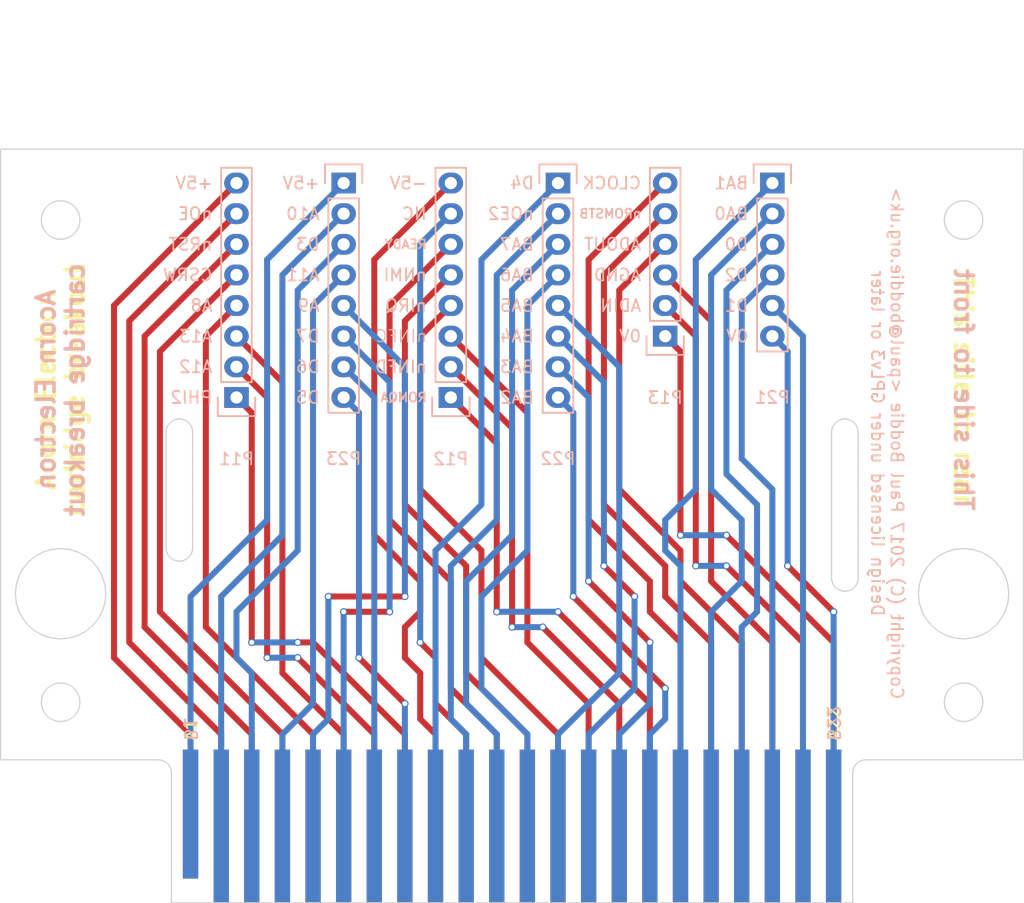
<source format=kicad_pcb>
(kicad_pcb (version 4) (host pcbnew 4.0.5+dfsg1-2)

  (general
    (links 44)
    (no_connects 0)
    (area 60.395005 64.446596 145.346876 127.0501)
    (thickness 1.6)
    (drawings 366)
    (tracks 256)
    (zones 0)
    (modules 8)
    (nets 45)
  )

  (page A4)
  (layers
    (0 F.Cu signal)
    (31 B.Cu signal)
    (32 B.Adhes user)
    (33 F.Adhes user)
    (34 B.Paste user)
    (35 F.Paste user)
    (36 B.SilkS user)
    (37 F.SilkS user)
    (38 B.Mask user)
    (39 F.Mask user)
    (40 Dwgs.User user)
    (41 Cmts.User user)
    (42 Eco1.User user)
    (43 Eco2.User user)
    (44 Edge.Cuts user)
    (45 Margin user)
    (46 B.CrtYd user)
    (47 F.CrtYd user)
    (48 B.Fab user)
    (49 F.Fab user)
  )

  (setup
    (last_trace_width 0.25)
    (user_trace_width 0.5)
    (trace_clearance 0.2)
    (zone_clearance 0.508)
    (zone_45_only yes)
    (trace_min 0.1524)
    (segment_width 0.2)
    (edge_width 0.15)
    (via_size 0.6)
    (via_drill 0.4)
    (via_min_size 0.4)
    (via_min_drill 0.3)
    (uvia_size 0.3)
    (uvia_drill 0.1)
    (uvias_allowed no)
    (uvia_min_size 0)
    (uvia_min_drill 0)
    (pcb_text_width 0.15)
    (pcb_text_size 1 1)
    (mod_edge_width 0.15)
    (mod_text_size 1 1)
    (mod_text_width 0.15)
    (pad_size 1.524 1.524)
    (pad_drill 0.762)
    (pad_to_mask_clearance 0.2)
    (aux_axis_origin 102.87 127)
    (visible_elements 7FFFFFFF)
    (pcbplotparams
      (layerselection 0x010f0_80000001)
      (usegerberextensions true)
      (excludeedgelayer true)
      (linewidth 0.100000)
      (plotframeref false)
      (viasonmask false)
      (mode 1)
      (useauxorigin false)
      (hpglpennumber 1)
      (hpglpenspeed 20)
      (hpglpendiameter 15)
      (hpglpenoverlay 2)
      (psnegative false)
      (psa4output false)
      (plotreference true)
      (plotvalue true)
      (plotinvisibletext false)
      (padsonsilk false)
      (subtractmaskfromsilk false)
      (outputformat 1)
      (mirror false)
      (drillshape 0)
      (scaleselection 1)
      (outputdirectory gerber/))
  )

  (net 0 "")
  (net 1 /nRST)
  (net 2 /nOE)
  (net 3 /+5V_A)
  (net 4 /CSRW)
  (net 5 /A8)
  (net 6 /A13)
  (net 7 /A12)
  (net 8 /PHI2)
  (net 9 /-5V)
  (net 10 /READY)
  (net 11 /nNMI)
  (net 12 /nIRQ)
  (net 13 /nINFC)
  (net 14 /nINFD)
  (net 15 /ROMQA)
  (net 16 /CLOCK)
  (net 17 /nROMSTB)
  (net 18 /ADOUT)
  (net 19 /AGND)
  (net 20 /ADIN)
  (net 21 /0V_A)
  (net 22 /D3)
  (net 23 /A10)
  (net 24 /+5V_B)
  (net 25 /A11)
  (net 26 /A9)
  (net 27 /D7)
  (net 28 /D6)
  (net 29 /D5)
  (net 30 /D4)
  (net 31 /nOE2)
  (net 32 /BA7)
  (net 33 /BA6)
  (net 34 /BA5)
  (net 35 /BA4)
  (net 36 /BA3)
  (net 37 /BA2)
  (net 38 /BA1)
  (net 39 /BA0)
  (net 40 /D0)
  (net 41 /D2)
  (net 42 /D1)
  (net 43 /0V_B)
  (net 44 /NC)

  (net_class Default "This is the default net class."
    (clearance 0.2)
    (trace_width 0.25)
    (via_dia 0.6)
    (via_drill 0.4)
    (uvia_dia 0.3)
    (uvia_drill 0.1)
    (add_net /+5V_A)
    (add_net /+5V_B)
    (add_net /-5V)
    (add_net /0V_A)
    (add_net /0V_B)
    (add_net /A10)
    (add_net /A11)
    (add_net /A12)
    (add_net /A13)
    (add_net /A8)
    (add_net /A9)
    (add_net /ADIN)
    (add_net /ADOUT)
    (add_net /AGND)
    (add_net /BA0)
    (add_net /BA1)
    (add_net /BA2)
    (add_net /BA3)
    (add_net /BA4)
    (add_net /BA5)
    (add_net /BA6)
    (add_net /BA7)
    (add_net /CLOCK)
    (add_net /CSRW)
    (add_net /D0)
    (add_net /D1)
    (add_net /D2)
    (add_net /D3)
    (add_net /D4)
    (add_net /D5)
    (add_net /D6)
    (add_net /D7)
    (add_net /NC)
    (add_net /PHI2)
    (add_net /READY)
    (add_net /ROMQA)
    (add_net /nINFC)
    (add_net /nINFD)
    (add_net /nIRQ)
    (add_net /nNMI)
    (add_net /nOE)
    (add_net /nOE2)
    (add_net /nROMSTB)
    (add_net /nRST)
  )

  (net_class OSHPark ""
    (clearance 0.1524)
    (trace_width 0.1524)
    (via_dia 0.6858)
    (via_drill 0.3302)
    (uvia_dia 0.762)
    (uvia_drill 0.508)
  )

  (module Pin_Headers:Pin_Header_Straight_1x08 (layer B.Cu) (tedit 587CF515) (tstamp 587CC8D9)
    (at 80.01 85.09)
    (descr "Through hole pin header")
    (tags "pin header")
    (path /587CC917)
    (fp_text reference P11 (at 0 5.1) (layer B.SilkS)
      (effects (font (size 1 1) (thickness 0.15)) (justify mirror))
    )
    (fp_text value CONN_01X08 (at 0 3.1) (layer B.Fab) hide
      (effects (font (size 1 1) (thickness 0.15)) (justify mirror))
    )
    (fp_line (start -1.75 1.75) (end -1.75 -19.55) (layer B.CrtYd) (width 0.05))
    (fp_line (start 1.75 1.75) (end 1.75 -19.55) (layer B.CrtYd) (width 0.05))
    (fp_line (start -1.75 1.75) (end 1.75 1.75) (layer B.CrtYd) (width 0.05))
    (fp_line (start -1.75 -19.55) (end 1.75 -19.55) (layer B.CrtYd) (width 0.05))
    (fp_line (start 1.27 -1.27) (end 1.27 -19.05) (layer B.SilkS) (width 0.15))
    (fp_line (start 1.27 -19.05) (end -1.27 -19.05) (layer B.SilkS) (width 0.15))
    (fp_line (start -1.27 -19.05) (end -1.27 -1.27) (layer B.SilkS) (width 0.15))
    (fp_line (start 1.55 1.55) (end 1.55 0) (layer B.SilkS) (width 0.15))
    (fp_line (start 1.27 -1.27) (end -1.27 -1.27) (layer B.SilkS) (width 0.15))
    (fp_line (start -1.55 0) (end -1.55 1.55) (layer B.SilkS) (width 0.15))
    (fp_line (start -1.55 1.55) (end 1.55 1.55) (layer B.SilkS) (width 0.15))
    (pad 1 thru_hole rect (at 0 0) (size 2.032 1.7272) (drill 1.016) (layers *.Cu *.Mask)
      (net 8 /PHI2))
    (pad 2 thru_hole oval (at 0 -2.54) (size 2.032 1.7272) (drill 1.016) (layers *.Cu *.Mask)
      (net 7 /A12))
    (pad 3 thru_hole oval (at 0 -5.08) (size 2.032 1.7272) (drill 1.016) (layers *.Cu *.Mask)
      (net 6 /A13))
    (pad 4 thru_hole oval (at 0 -7.62) (size 2.032 1.7272) (drill 1.016) (layers *.Cu *.Mask)
      (net 5 /A8))
    (pad 5 thru_hole oval (at 0 -10.16) (size 2.032 1.7272) (drill 1.016) (layers *.Cu *.Mask)
      (net 4 /CSRW))
    (pad 6 thru_hole oval (at 0 -12.7) (size 2.032 1.7272) (drill 1.016) (layers *.Cu *.Mask)
      (net 1 /nRST))
    (pad 7 thru_hole oval (at 0 -15.24) (size 2.032 1.7272) (drill 1.016) (layers *.Cu *.Mask)
      (net 2 /nOE))
    (pad 8 thru_hole oval (at 0 -17.78) (size 2.032 1.7272) (drill 1.016) (layers *.Cu *.Mask)
      (net 3 /+5V_A))
    (model Pin_Headers.3dshapes/Pin_Header_Straight_1x08.wrl
      (at (xyz 0 -0.35 0))
      (scale (xyz 1 1 1))
      (rotate (xyz 0 0 90))
    )
  )

  (module Pin_Headers:Pin_Header_Straight_1x08 (layer B.Cu) (tedit 587CF511) (tstamp 587CC8E5)
    (at 97.79 85.09)
    (descr "Through hole pin header")
    (tags "pin header")
    (path /587CC9A6)
    (fp_text reference P12 (at 0 5.1) (layer B.SilkS)
      (effects (font (size 1 1) (thickness 0.15)) (justify mirror))
    )
    (fp_text value CONN_01X08 (at 0 3.1) (layer B.Fab) hide
      (effects (font (size 1 1) (thickness 0.15)) (justify mirror))
    )
    (fp_line (start -1.75 1.75) (end -1.75 -19.55) (layer B.CrtYd) (width 0.05))
    (fp_line (start 1.75 1.75) (end 1.75 -19.55) (layer B.CrtYd) (width 0.05))
    (fp_line (start -1.75 1.75) (end 1.75 1.75) (layer B.CrtYd) (width 0.05))
    (fp_line (start -1.75 -19.55) (end 1.75 -19.55) (layer B.CrtYd) (width 0.05))
    (fp_line (start 1.27 -1.27) (end 1.27 -19.05) (layer B.SilkS) (width 0.15))
    (fp_line (start 1.27 -19.05) (end -1.27 -19.05) (layer B.SilkS) (width 0.15))
    (fp_line (start -1.27 -19.05) (end -1.27 -1.27) (layer B.SilkS) (width 0.15))
    (fp_line (start 1.55 1.55) (end 1.55 0) (layer B.SilkS) (width 0.15))
    (fp_line (start 1.27 -1.27) (end -1.27 -1.27) (layer B.SilkS) (width 0.15))
    (fp_line (start -1.55 0) (end -1.55 1.55) (layer B.SilkS) (width 0.15))
    (fp_line (start -1.55 1.55) (end 1.55 1.55) (layer B.SilkS) (width 0.15))
    (pad 1 thru_hole rect (at 0 0) (size 2.032 1.7272) (drill 1.016) (layers *.Cu *.Mask)
      (net 15 /ROMQA))
    (pad 2 thru_hole oval (at 0 -2.54) (size 2.032 1.7272) (drill 1.016) (layers *.Cu *.Mask)
      (net 14 /nINFD))
    (pad 3 thru_hole oval (at 0 -5.08) (size 2.032 1.7272) (drill 1.016) (layers *.Cu *.Mask)
      (net 13 /nINFC))
    (pad 4 thru_hole oval (at 0 -7.62) (size 2.032 1.7272) (drill 1.016) (layers *.Cu *.Mask)
      (net 12 /nIRQ))
    (pad 5 thru_hole oval (at 0 -10.16) (size 2.032 1.7272) (drill 1.016) (layers *.Cu *.Mask)
      (net 11 /nNMI))
    (pad 6 thru_hole oval (at 0 -12.7) (size 2.032 1.7272) (drill 1.016) (layers *.Cu *.Mask)
      (net 10 /READY))
    (pad 7 thru_hole oval (at 0 -15.24) (size 2.032 1.7272) (drill 1.016) (layers *.Cu *.Mask)
      (net 44 /NC))
    (pad 8 thru_hole oval (at 0 -17.78) (size 2.032 1.7272) (drill 1.016) (layers *.Cu *.Mask)
      (net 9 /-5V))
    (model Pin_Headers.3dshapes/Pin_Header_Straight_1x08.wrl
      (at (xyz 0 -0.35 0))
      (scale (xyz 1 1 1))
      (rotate (xyz 0 0 90))
    )
  )

  (module Pin_Headers:Pin_Header_Straight_1x06 (layer B.Cu) (tedit 587CF50C) (tstamp 587CC8EF)
    (at 115.57 80.01)
    (descr "Through hole pin header")
    (tags "pin header")
    (path /587CCAF1)
    (fp_text reference P13 (at 0 5.1) (layer B.SilkS)
      (effects (font (size 1 1) (thickness 0.15)) (justify mirror))
    )
    (fp_text value CONN_01X06 (at 0 3.1) (layer B.Fab) hide
      (effects (font (size 1 1) (thickness 0.15)) (justify mirror))
    )
    (fp_line (start -1.75 1.75) (end -1.75 -14.45) (layer B.CrtYd) (width 0.05))
    (fp_line (start 1.75 1.75) (end 1.75 -14.45) (layer B.CrtYd) (width 0.05))
    (fp_line (start -1.75 1.75) (end 1.75 1.75) (layer B.CrtYd) (width 0.05))
    (fp_line (start -1.75 -14.45) (end 1.75 -14.45) (layer B.CrtYd) (width 0.05))
    (fp_line (start 1.27 -1.27) (end 1.27 -13.97) (layer B.SilkS) (width 0.15))
    (fp_line (start 1.27 -13.97) (end -1.27 -13.97) (layer B.SilkS) (width 0.15))
    (fp_line (start -1.27 -13.97) (end -1.27 -1.27) (layer B.SilkS) (width 0.15))
    (fp_line (start 1.55 1.55) (end 1.55 0) (layer B.SilkS) (width 0.15))
    (fp_line (start 1.27 -1.27) (end -1.27 -1.27) (layer B.SilkS) (width 0.15))
    (fp_line (start -1.55 0) (end -1.55 1.55) (layer B.SilkS) (width 0.15))
    (fp_line (start -1.55 1.55) (end 1.55 1.55) (layer B.SilkS) (width 0.15))
    (pad 1 thru_hole rect (at 0 0) (size 2.032 1.7272) (drill 1.016) (layers *.Cu *.Mask)
      (net 21 /0V_A))
    (pad 2 thru_hole oval (at 0 -2.54) (size 2.032 1.7272) (drill 1.016) (layers *.Cu *.Mask)
      (net 20 /ADIN))
    (pad 3 thru_hole oval (at 0 -5.08) (size 2.032 1.7272) (drill 1.016) (layers *.Cu *.Mask)
      (net 19 /AGND))
    (pad 4 thru_hole oval (at 0 -7.62) (size 2.032 1.7272) (drill 1.016) (layers *.Cu *.Mask)
      (net 18 /ADOUT))
    (pad 5 thru_hole oval (at 0 -10.16) (size 2.032 1.7272) (drill 1.016) (layers *.Cu *.Mask)
      (net 17 /nROMSTB))
    (pad 6 thru_hole oval (at 0 -12.7) (size 2.032 1.7272) (drill 1.016) (layers *.Cu *.Mask)
      (net 16 /CLOCK))
    (model Pin_Headers.3dshapes/Pin_Header_Straight_1x06.wrl
      (at (xyz 0 -0.25 0))
      (scale (xyz 1 1 1))
      (rotate (xyz 0 0 90))
    )
  )

  (module Pin_Headers:Pin_Header_Straight_1x06 (layer B.Cu) (tedit 587D4E42) (tstamp 587CC8F9)
    (at 124.46 67.31 180)
    (descr "Through hole pin header")
    (tags "pin header")
    (path /587CCBCE)
    (fp_text reference P21 (at 0 -17.78 180) (layer B.SilkS)
      (effects (font (size 1 1) (thickness 0.15)) (justify mirror))
    )
    (fp_text value CONN_01X06 (at 0 3.1 180) (layer B.Fab) hide
      (effects (font (size 1 1) (thickness 0.15)) (justify mirror))
    )
    (fp_line (start -1.75 1.75) (end -1.75 -14.45) (layer B.CrtYd) (width 0.05))
    (fp_line (start 1.75 1.75) (end 1.75 -14.45) (layer B.CrtYd) (width 0.05))
    (fp_line (start -1.75 1.75) (end 1.75 1.75) (layer B.CrtYd) (width 0.05))
    (fp_line (start -1.75 -14.45) (end 1.75 -14.45) (layer B.CrtYd) (width 0.05))
    (fp_line (start 1.27 -1.27) (end 1.27 -13.97) (layer B.SilkS) (width 0.15))
    (fp_line (start 1.27 -13.97) (end -1.27 -13.97) (layer B.SilkS) (width 0.15))
    (fp_line (start -1.27 -13.97) (end -1.27 -1.27) (layer B.SilkS) (width 0.15))
    (fp_line (start 1.55 1.55) (end 1.55 0) (layer B.SilkS) (width 0.15))
    (fp_line (start 1.27 -1.27) (end -1.27 -1.27) (layer B.SilkS) (width 0.15))
    (fp_line (start -1.55 0) (end -1.55 1.55) (layer B.SilkS) (width 0.15))
    (fp_line (start -1.55 1.55) (end 1.55 1.55) (layer B.SilkS) (width 0.15))
    (pad 1 thru_hole rect (at 0 0 180) (size 2.032 1.7272) (drill 1.016) (layers *.Cu *.Mask)
      (net 38 /BA1))
    (pad 2 thru_hole oval (at 0 -2.54 180) (size 2.032 1.7272) (drill 1.016) (layers *.Cu *.Mask)
      (net 39 /BA0))
    (pad 3 thru_hole oval (at 0 -5.08 180) (size 2.032 1.7272) (drill 1.016) (layers *.Cu *.Mask)
      (net 40 /D0))
    (pad 4 thru_hole oval (at 0 -7.62 180) (size 2.032 1.7272) (drill 1.016) (layers *.Cu *.Mask)
      (net 41 /D2))
    (pad 5 thru_hole oval (at 0 -10.16 180) (size 2.032 1.7272) (drill 1.016) (layers *.Cu *.Mask)
      (net 42 /D1))
    (pad 6 thru_hole oval (at 0 -12.7 180) (size 2.032 1.7272) (drill 1.016) (layers *.Cu *.Mask)
      (net 43 /0V_B))
    (model Pin_Headers.3dshapes/Pin_Header_Straight_1x06.wrl
      (at (xyz 0 -0.25 0))
      (scale (xyz 1 1 1))
      (rotate (xyz 0 0 90))
    )
  )

  (module Pin_Headers:Pin_Header_Straight_1x08 (layer B.Cu) (tedit 587D4E58) (tstamp 587CC905)
    (at 106.68 67.31 180)
    (descr "Through hole pin header")
    (tags "pin header")
    (path /587CCB6A)
    (fp_text reference P22 (at 0 -22.86 180) (layer B.SilkS)
      (effects (font (size 1 1) (thickness 0.15)) (justify mirror))
    )
    (fp_text value CONN_01X08 (at 0 3.1 180) (layer B.Fab) hide
      (effects (font (size 1 1) (thickness 0.15)) (justify mirror))
    )
    (fp_line (start -1.75 1.75) (end -1.75 -19.55) (layer B.CrtYd) (width 0.05))
    (fp_line (start 1.75 1.75) (end 1.75 -19.55) (layer B.CrtYd) (width 0.05))
    (fp_line (start -1.75 1.75) (end 1.75 1.75) (layer B.CrtYd) (width 0.05))
    (fp_line (start -1.75 -19.55) (end 1.75 -19.55) (layer B.CrtYd) (width 0.05))
    (fp_line (start 1.27 -1.27) (end 1.27 -19.05) (layer B.SilkS) (width 0.15))
    (fp_line (start 1.27 -19.05) (end -1.27 -19.05) (layer B.SilkS) (width 0.15))
    (fp_line (start -1.27 -19.05) (end -1.27 -1.27) (layer B.SilkS) (width 0.15))
    (fp_line (start 1.55 1.55) (end 1.55 0) (layer B.SilkS) (width 0.15))
    (fp_line (start 1.27 -1.27) (end -1.27 -1.27) (layer B.SilkS) (width 0.15))
    (fp_line (start -1.55 0) (end -1.55 1.55) (layer B.SilkS) (width 0.15))
    (fp_line (start -1.55 1.55) (end 1.55 1.55) (layer B.SilkS) (width 0.15))
    (pad 1 thru_hole rect (at 0 0 180) (size 2.032 1.7272) (drill 1.016) (layers *.Cu *.Mask)
      (net 30 /D4))
    (pad 2 thru_hole oval (at 0 -2.54 180) (size 2.032 1.7272) (drill 1.016) (layers *.Cu *.Mask)
      (net 31 /nOE2))
    (pad 3 thru_hole oval (at 0 -5.08 180) (size 2.032 1.7272) (drill 1.016) (layers *.Cu *.Mask)
      (net 32 /BA7))
    (pad 4 thru_hole oval (at 0 -7.62 180) (size 2.032 1.7272) (drill 1.016) (layers *.Cu *.Mask)
      (net 33 /BA6))
    (pad 5 thru_hole oval (at 0 -10.16 180) (size 2.032 1.7272) (drill 1.016) (layers *.Cu *.Mask)
      (net 34 /BA5))
    (pad 6 thru_hole oval (at 0 -12.7 180) (size 2.032 1.7272) (drill 1.016) (layers *.Cu *.Mask)
      (net 35 /BA4))
    (pad 7 thru_hole oval (at 0 -15.24 180) (size 2.032 1.7272) (drill 1.016) (layers *.Cu *.Mask)
      (net 36 /BA3))
    (pad 8 thru_hole oval (at 0 -17.78 180) (size 2.032 1.7272) (drill 1.016) (layers *.Cu *.Mask)
      (net 37 /BA2))
    (model Pin_Headers.3dshapes/Pin_Header_Straight_1x08.wrl
      (at (xyz 0 -0.35 0))
      (scale (xyz 1 1 1))
      (rotate (xyz 0 0 90))
    )
  )

  (module Pin_Headers:Pin_Header_Straight_1x08 (layer B.Cu) (tedit 587D4E53) (tstamp 587CC911)
    (at 88.9 67.31 180)
    (descr "Through hole pin header")
    (tags "pin header")
    (path /587CCC38)
    (fp_text reference P23 (at 0 -22.86 180) (layer B.SilkS)
      (effects (font (size 1 1) (thickness 0.15)) (justify mirror))
    )
    (fp_text value CONN_01X08 (at 0 3.1 180) (layer B.Fab) hide
      (effects (font (size 1 1) (thickness 0.15)) (justify mirror))
    )
    (fp_line (start -1.75 1.75) (end -1.75 -19.55) (layer B.CrtYd) (width 0.05))
    (fp_line (start 1.75 1.75) (end 1.75 -19.55) (layer B.CrtYd) (width 0.05))
    (fp_line (start -1.75 1.75) (end 1.75 1.75) (layer B.CrtYd) (width 0.05))
    (fp_line (start -1.75 -19.55) (end 1.75 -19.55) (layer B.CrtYd) (width 0.05))
    (fp_line (start 1.27 -1.27) (end 1.27 -19.05) (layer B.SilkS) (width 0.15))
    (fp_line (start 1.27 -19.05) (end -1.27 -19.05) (layer B.SilkS) (width 0.15))
    (fp_line (start -1.27 -19.05) (end -1.27 -1.27) (layer B.SilkS) (width 0.15))
    (fp_line (start 1.55 1.55) (end 1.55 0) (layer B.SilkS) (width 0.15))
    (fp_line (start 1.27 -1.27) (end -1.27 -1.27) (layer B.SilkS) (width 0.15))
    (fp_line (start -1.55 0) (end -1.55 1.55) (layer B.SilkS) (width 0.15))
    (fp_line (start -1.55 1.55) (end 1.55 1.55) (layer B.SilkS) (width 0.15))
    (pad 1 thru_hole rect (at 0 0 180) (size 2.032 1.7272) (drill 1.016) (layers *.Cu *.Mask)
      (net 24 /+5V_B))
    (pad 2 thru_hole oval (at 0 -2.54 180) (size 2.032 1.7272) (drill 1.016) (layers *.Cu *.Mask)
      (net 23 /A10))
    (pad 3 thru_hole oval (at 0 -5.08 180) (size 2.032 1.7272) (drill 1.016) (layers *.Cu *.Mask)
      (net 22 /D3))
    (pad 4 thru_hole oval (at 0 -7.62 180) (size 2.032 1.7272) (drill 1.016) (layers *.Cu *.Mask)
      (net 25 /A11))
    (pad 5 thru_hole oval (at 0 -10.16 180) (size 2.032 1.7272) (drill 1.016) (layers *.Cu *.Mask)
      (net 26 /A9))
    (pad 6 thru_hole oval (at 0 -12.7 180) (size 2.032 1.7272) (drill 1.016) (layers *.Cu *.Mask)
      (net 27 /D7))
    (pad 7 thru_hole oval (at 0 -15.24 180) (size 2.032 1.7272) (drill 1.016) (layers *.Cu *.Mask)
      (net 28 /D6))
    (pad 8 thru_hole oval (at 0 -17.78 180) (size 2.032 1.7272) (drill 1.016) (layers *.Cu *.Mask)
      (net 29 /D5))
    (model Pin_Headers.3dshapes/Pin_Header_Straight_1x08.wrl
      (at (xyz 0 -0.35 0))
      (scale (xyz 1 1 1))
      (rotate (xyz 0 0 90))
    )
  )

  (module Acorn_Electron:Acorn_Electron_cartridge_edge_connector_rear (layer F.Cu) (tedit 5880BFC3) (tstamp 587CC8B3)
    (at 102.87 113.03)
    (tags "Acorn Electron cartridge edge connector rear")
    (path /587CC844)
    (fp_text reference CONN1 (at 0 0) (layer F.SilkS) hide
      (effects (font (size 1 1) (thickness 0.15)))
    )
    (fp_text value Acorn_Electron_cartridge_edge_connector_rear_side_A (at 0 -2.54) (layer F.Fab) hide
      (effects (font (size 1 1) (thickness 0.15)))
    )
    (pad 1 connect rect (at -26.67 6.62) (size 1.27 10.7) (layers F.Cu F.Mask)
      (net 3 /+5V_A))
    (pad 2 connect rect (at -24.13 7.62) (size 1.27 12.7) (layers F.Cu F.Mask)
      (net 2 /nOE))
    (pad 3 connect rect (at -21.59 7.62) (size 1.27 12.7) (layers F.Cu F.Mask)
      (net 1 /nRST))
    (pad 4 connect rect (at -19.05 7.62) (size 1.27 12.7) (layers F.Cu F.Mask)
      (net 4 /CSRW))
    (pad 5 connect rect (at -16.51 7.62) (size 1.27 12.7) (layers F.Cu F.Mask)
      (net 5 /A8))
    (pad 6 connect rect (at -13.97 7.62) (size 1.27 12.7) (layers F.Cu F.Mask)
      (net 6 /A13))
    (pad 7 connect rect (at -11.43 7.62) (size 1.27 12.7) (layers F.Cu F.Mask)
      (net 7 /A12))
    (pad 8 connect rect (at -8.89 7.62) (size 1.27 12.7) (layers F.Cu F.Mask)
      (net 8 /PHI2))
    (pad 9 connect rect (at -6.35 7.62) (size 1.27 12.7) (layers F.Cu F.Mask)
      (net 9 /-5V))
    (pad 10 connect rect (at -3.81 7.62) (size 1.27 12.7) (layers F.Cu F.Mask)
      (net 44 /NC))
    (pad 11 connect rect (at -1.27 7.62) (size 1.27 12.7) (layers F.Cu F.Mask)
      (net 10 /READY))
    (pad 12 connect rect (at 1.27 7.62) (size 1.27 12.7) (layers F.Cu F.Mask)
      (net 11 /nNMI))
    (pad 13 connect rect (at 3.81 7.62) (size 1.27 12.7) (layers F.Cu F.Mask)
      (net 12 /nIRQ))
    (pad 14 connect rect (at 6.35 7.62) (size 1.27 12.7) (layers F.Cu F.Mask)
      (net 13 /nINFC))
    (pad 15 connect rect (at 8.89 7.62) (size 1.27 12.7) (layers F.Cu F.Mask)
      (net 14 /nINFD))
    (pad 16 connect rect (at 11.43 7.62) (size 1.27 12.7) (layers F.Cu F.Mask)
      (net 15 /ROMQA))
    (pad 17 connect rect (at 13.97 7.62) (size 1.27 12.7) (layers F.Cu F.Mask)
      (net 16 /CLOCK))
    (pad 18 connect rect (at 16.51 7.62) (size 1.27 12.7) (layers F.Cu F.Mask)
      (net 17 /nROMSTB))
    (pad 19 connect rect (at 19.05 7.62) (size 1.27 12.7) (layers F.Cu F.Mask)
      (net 18 /ADOUT))
    (pad 20 connect rect (at 21.59 7.62) (size 1.27 12.7) (layers F.Cu F.Mask)
      (net 19 /AGND))
    (pad 21 connect rect (at 24.13 7.62) (size 1.27 12.7) (layers F.Cu F.Mask)
      (net 20 /ADIN))
    (pad 22 connect rect (at 26.67 7.62) (size 1.27 12.7) (layers F.Cu F.Mask)
      (net 21 /0V_A))
  )

  (module Acorn_Electron:Acorn_Electron_cartridge_edge_connector_front (layer F.Cu) (tedit 5880BFCF) (tstamp 587CC8CD)
    (at 102.87 113.03)
    (tags "Acorn Electron cartridge edge connector front")
    (path /587CC811)
    (fp_text reference CONN2 (at 0 0) (layer B.SilkS) hide
      (effects (font (size 1 1) (thickness 0.15)) (justify mirror))
    )
    (fp_text value Acorn_Electron_cartridge_edge_connector_front_side_B (at 0 -2.54) (layer B.Fab) hide
      (effects (font (size 1 1) (thickness 0.15)) (justify mirror))
    )
    (pad 1 connect rect (at -26.67 6.62) (size 1.27 10.7) (layers B.Cu B.Mask)
      (net 24 /+5V_B))
    (pad 2 connect rect (at -24.13 7.62) (size 1.27 12.7) (layers B.Cu B.Mask)
      (net 23 /A10))
    (pad 3 connect rect (at -21.59 7.62) (size 1.27 12.7) (layers B.Cu B.Mask)
      (net 22 /D3))
    (pad 4 connect rect (at -19.05 7.62) (size 1.27 12.7) (layers B.Cu B.Mask)
      (net 25 /A11))
    (pad 5 connect rect (at -16.51 7.62) (size 1.27 12.7) (layers B.Cu B.Mask)
      (net 26 /A9))
    (pad 6 connect rect (at -13.97 7.62) (size 1.27 12.7) (layers B.Cu B.Mask)
      (net 27 /D7))
    (pad 7 connect rect (at -11.43 7.62) (size 1.27 12.7) (layers B.Cu B.Mask)
      (net 28 /D6))
    (pad 8 connect rect (at -8.89 7.62) (size 1.27 12.7) (layers B.Cu B.Mask)
      (net 29 /D5))
    (pad 9 connect rect (at -6.35 7.62) (size 1.27 12.7) (layers B.Cu B.Mask)
      (net 30 /D4))
    (pad 10 connect rect (at -3.81 7.62) (size 1.27 12.7) (layers B.Cu B.Mask)
      (net 31 /nOE2))
    (pad 11 connect rect (at -1.27 7.62) (size 1.27 12.7) (layers B.Cu B.Mask)
      (net 32 /BA7))
    (pad 12 connect rect (at 1.27 7.62) (size 1.27 12.7) (layers B.Cu B.Mask)
      (net 33 /BA6))
    (pad 13 connect rect (at 3.81 7.62) (size 1.27 12.7) (layers B.Cu B.Mask)
      (net 34 /BA5))
    (pad 14 connect rect (at 6.35 7.62) (size 1.27 12.7) (layers B.Cu B.Mask)
      (net 35 /BA4))
    (pad 15 connect rect (at 8.89 7.62) (size 1.27 12.7) (layers B.Cu B.Mask)
      (net 36 /BA3))
    (pad 16 connect rect (at 11.43 7.62) (size 1.27 12.7) (layers B.Cu B.Mask)
      (net 37 /BA2))
    (pad 17 connect rect (at 13.97 7.62) (size 1.27 12.7) (layers B.Cu B.Mask)
      (net 38 /BA1))
    (pad 18 connect rect (at 16.51 7.62) (size 1.27 12.7) (layers B.Cu B.Mask)
      (net 39 /BA0))
    (pad 19 connect rect (at 19.05 7.62) (size 1.27 12.7) (layers B.Cu B.Mask)
      (net 40 /D0))
    (pad 20 connect rect (at 21.59 7.62) (size 1.27 12.7) (layers B.Cu B.Mask)
      (net 41 /D2))
    (pad 21 connect rect (at 24.13 7.62) (size 1.27 12.7) (layers B.Cu B.Mask)
      (net 42 /D1))
    (pad 22 connect rect (at 26.67 7.62) (size 1.27 12.7) (layers B.Cu B.Mask)
      (net 43 /0V_B))
  )

  (gr_text "Copyright (C) 2017 Paul Boddie <paul@boddie.org.uk>\nDesign licensed under GPLv3 or later" (at 133.985 88.9 270) (layer B.SilkS)
    (effects (font (size 1 1) (thickness 0.15)) (justify mirror))
  )
  (gr_line (start 65.74184 108.802935) (end 65.419167 108.770208) (layer Edge.Cuts) (width 0.1))
  (gr_line (start 66.042757 108.896748) (end 65.74184 108.802935) (layer Edge.Cuts) (width 0.1))
  (gr_line (start 66.315362 109.045093) (end 66.042757 108.896748) (layer Edge.Cuts) (width 0.1))
  (gr_line (start 66.553102 109.241412) (end 66.315362 109.045093) (layer Edge.Cuts) (width 0.1))
  (gr_line (start 66.749421 109.479151) (end 66.553102 109.241412) (layer Edge.Cuts) (width 0.1))
  (gr_line (start 66.897765 109.751757) (end 66.749421 109.479151) (layer Edge.Cuts) (width 0.1))
  (gr_line (start 66.991578 110.052674) (end 66.897765 109.751757) (layer Edge.Cuts) (width 0.1))
  (gr_line (start 67.024306 110.375347) (end 66.991578 110.052674) (layer Edge.Cuts) (width 0.1))
  (gr_line (start 66.991578 110.697642) (end 67.024306 110.375347) (layer Edge.Cuts) (width 0.1))
  (gr_line (start 66.897765 110.99756) (end 66.991578 110.697642) (layer Edge.Cuts) (width 0.1))
  (gr_line (start 66.749421 111.268753) (end 66.897765 110.99756) (layer Edge.Cuts) (width 0.1))
  (gr_line (start 66.553102 111.504874) (end 66.749421 111.268753) (layer Edge.Cuts) (width 0.1))
  (gr_line (start 66.315362 111.699573) (end 66.553102 111.504874) (layer Edge.Cuts) (width 0.1))
  (gr_line (start 66.042757 111.846504) (end 66.315362 111.699573) (layer Edge.Cuts) (width 0.1))
  (gr_line (start 65.74184 111.939318) (end 66.042757 111.846504) (layer Edge.Cuts) (width 0.1))
  (gr_line (start 65.419167 111.971667) (end 65.74184 111.939318) (layer Edge.Cuts) (width 0.1))
  (gr_line (start 65.096873 111.939318) (end 65.419167 111.971667) (layer Edge.Cuts) (width 0.1))
  (gr_line (start 64.796955 111.846504) (end 65.096873 111.939318) (layer Edge.Cuts) (width 0.1))
  (gr_line (start 64.525761 111.699573) (end 64.796955 111.846504) (layer Edge.Cuts) (width 0.1))
  (gr_line (start 64.289641 111.504874) (end 64.525761 111.699573) (layer Edge.Cuts) (width 0.1))
  (gr_line (start 64.094941 111.268753) (end 64.289641 111.504874) (layer Edge.Cuts) (width 0.1))
  (gr_line (start 63.94801 110.99756) (end 64.094941 111.268753) (layer Edge.Cuts) (width 0.1))
  (gr_line (start 63.855196 110.697642) (end 63.94801 110.99756) (layer Edge.Cuts) (width 0.1))
  (gr_line (start 63.822847 110.375347) (end 63.855196 110.697642) (layer Edge.Cuts) (width 0.1))
  (gr_line (start 63.855196 110.052674) (end 63.822847 110.375347) (layer Edge.Cuts) (width 0.1))
  (gr_line (start 63.94801 109.751757) (end 63.855196 110.052674) (layer Edge.Cuts) (width 0.1))
  (gr_line (start 64.094941 109.479151) (end 63.94801 109.751757) (layer Edge.Cuts) (width 0.1))
  (gr_line (start 64.289641 109.241412) (end 64.094941 109.479151) (layer Edge.Cuts) (width 0.1))
  (gr_line (start 64.525761 109.045093) (end 64.289641 109.241412) (layer Edge.Cuts) (width 0.1))
  (gr_line (start 64.796955 108.896748) (end 64.525761 109.045093) (layer Edge.Cuts) (width 0.1))
  (gr_line (start 65.096873 108.802935) (end 64.796955 108.896748) (layer Edge.Cuts) (width 0.1))
  (gr_line (start 65.419167 108.770208) (end 65.096873 108.802935) (layer Edge.Cuts) (width 0.1))
  (gr_line (start 140.645003 108.802935) (end 140.322708 108.770208) (layer Edge.Cuts) (width 0.1))
  (gr_line (start 140.944921 108.896748) (end 140.645003 108.802935) (layer Edge.Cuts) (width 0.1))
  (gr_line (start 141.216114 109.045093) (end 140.944921 108.896748) (layer Edge.Cuts) (width 0.1))
  (gr_line (start 141.452235 109.241412) (end 141.216114 109.045093) (layer Edge.Cuts) (width 0.1))
  (gr_line (start 141.646935 109.479151) (end 141.452235 109.241412) (layer Edge.Cuts) (width 0.1))
  (gr_line (start 141.793865 109.751757) (end 141.646935 109.479151) (layer Edge.Cuts) (width 0.1))
  (gr_line (start 141.886679 110.052674) (end 141.793865 109.751757) (layer Edge.Cuts) (width 0.1))
  (gr_line (start 141.919028 110.375347) (end 141.886679 110.052674) (layer Edge.Cuts) (width 0.1))
  (gr_line (start 141.886679 110.697642) (end 141.919028 110.375347) (layer Edge.Cuts) (width 0.1))
  (gr_line (start 141.793865 110.99756) (end 141.886679 110.697642) (layer Edge.Cuts) (width 0.1))
  (gr_line (start 141.646935 111.268753) (end 141.793865 110.99756) (layer Edge.Cuts) (width 0.1))
  (gr_line (start 141.452235 111.504874) (end 141.646935 111.268753) (layer Edge.Cuts) (width 0.1))
  (gr_line (start 141.216114 111.699573) (end 141.452235 111.504874) (layer Edge.Cuts) (width 0.1))
  (gr_line (start 140.944921 111.846504) (end 141.216114 111.699573) (layer Edge.Cuts) (width 0.1))
  (gr_line (start 140.645003 111.939318) (end 140.944921 111.846504) (layer Edge.Cuts) (width 0.1))
  (gr_line (start 140.322708 111.971667) (end 140.645003 111.939318) (layer Edge.Cuts) (width 0.1))
  (gr_line (start 140.000035 111.939318) (end 140.322708 111.971667) (layer Edge.Cuts) (width 0.1))
  (gr_line (start 139.699119 111.846504) (end 140.000035 111.939318) (layer Edge.Cuts) (width 0.1))
  (gr_line (start 139.426512 111.699573) (end 139.699119 111.846504) (layer Edge.Cuts) (width 0.1))
  (gr_line (start 139.188773 111.504874) (end 139.426512 111.699573) (layer Edge.Cuts) (width 0.1))
  (gr_line (start 138.992454 111.268753) (end 139.188773 111.504874) (layer Edge.Cuts) (width 0.1))
  (gr_line (start 138.844109 110.99756) (end 138.992454 111.268753) (layer Edge.Cuts) (width 0.1))
  (gr_line (start 138.750296 110.697642) (end 138.844109 110.99756) (layer Edge.Cuts) (width 0.1))
  (gr_line (start 138.717569 110.375347) (end 138.750296 110.697642) (layer Edge.Cuts) (width 0.1))
  (gr_line (start 138.750296 110.052674) (end 138.717569 110.375347) (layer Edge.Cuts) (width 0.1))
  (gr_line (start 138.844109 109.751757) (end 138.750296 110.052674) (layer Edge.Cuts) (width 0.1))
  (gr_line (start 138.992454 109.479151) (end 138.844109 109.751757) (layer Edge.Cuts) (width 0.1))
  (gr_line (start 139.188773 109.241412) (end 138.992454 109.479151) (layer Edge.Cuts) (width 0.1))
  (gr_line (start 139.426512 109.045093) (end 139.188773 109.241412) (layer Edge.Cuts) (width 0.1))
  (gr_line (start 139.699119 108.896748) (end 139.426512 109.045093) (layer Edge.Cuts) (width 0.1))
  (gr_line (start 140.000035 108.802935) (end 139.699119 108.896748) (layer Edge.Cuts) (width 0.1))
  (gr_line (start 140.322708 108.770208) (end 140.000035 108.802935) (layer Edge.Cuts) (width 0.1))
  (gr_line (start 66.175225 97.698543) (end 65.419167 97.622431) (layer Edge.Cuts) (width 0.1))
  (gr_line (start 66.87994 97.916853) (end 66.175225 97.698543) (layer Edge.Cuts) (width 0.1))
  (gr_line (start 67.518066 98.262324) (end 66.87994 97.916853) (layer Edge.Cuts) (width 0.1))
  (gr_line (start 68.074357 98.719914) (end 67.518066 98.262324) (layer Edge.Cuts) (width 0.1))
  (gr_line (start 68.533566 99.274585) (end 68.074357 98.719914) (layer Edge.Cuts) (width 0.1))
  (gr_line (start 68.880449 99.911298) (end 68.533566 99.274585) (layer Edge.Cuts) (width 0.1))
  (gr_line (start 69.099759 100.615013) (end 68.880449 99.911298) (layer Edge.Cuts) (width 0.1))
  (gr_line (start 69.17625 101.370694) (end 69.099759 100.615013) (layer Edge.Cuts) (width 0.1))
  (gr_line (start 69.099759 102.126375) (end 69.17625 101.370694) (layer Edge.Cuts) (width 0.1))
  (gr_line (start 68.880449 102.830091) (end 69.099759 102.126375) (layer Edge.Cuts) (width 0.1))
  (gr_line (start 68.533566 103.466804) (end 68.880449 102.830091) (layer Edge.Cuts) (width 0.1))
  (gr_line (start 68.074357 104.021475) (end 68.533566 103.466804) (layer Edge.Cuts) (width 0.1))
  (gr_line (start 67.518066 104.479065) (end 68.074357 104.021475) (layer Edge.Cuts) (width 0.1))
  (gr_line (start 66.87994 104.824536) (end 67.518066 104.479065) (layer Edge.Cuts) (width 0.1))
  (gr_line (start 66.175225 105.042846) (end 66.87994 104.824536) (layer Edge.Cuts) (width 0.1))
  (gr_line (start 65.419167 105.118958) (end 66.175225 105.042846) (layer Edge.Cuts) (width 0.1))
  (gr_line (start 64.663487 105.042846) (end 65.419167 105.118958) (layer Edge.Cuts) (width 0.1))
  (gr_line (start 63.959771 104.824536) (end 64.663487 105.042846) (layer Edge.Cuts) (width 0.1))
  (gr_line (start 63.323058 104.479065) (end 63.959771 104.824536) (layer Edge.Cuts) (width 0.1))
  (gr_line (start 62.768386 104.021475) (end 63.323058 104.479065) (layer Edge.Cuts) (width 0.1))
  (gr_line (start 62.310796 103.466804) (end 62.768386 104.021475) (layer Edge.Cuts) (width 0.1))
  (gr_line (start 61.965326 102.830091) (end 62.310796 103.466804) (layer Edge.Cuts) (width 0.1))
  (gr_line (start 61.747015 102.126375) (end 61.965326 102.830091) (layer Edge.Cuts) (width 0.1))
  (gr_line (start 61.670903 101.370694) (end 61.747015 102.126375) (layer Edge.Cuts) (width 0.1))
  (gr_line (start 61.747015 100.615013) (end 61.670903 101.370694) (layer Edge.Cuts) (width 0.1))
  (gr_line (start 61.965326 99.911298) (end 61.747015 100.615013) (layer Edge.Cuts) (width 0.1))
  (gr_line (start 62.310796 99.274585) (end 61.965326 99.911298) (layer Edge.Cuts) (width 0.1))
  (gr_line (start 62.768386 98.719914) (end 62.310796 99.274585) (layer Edge.Cuts) (width 0.1))
  (gr_line (start 63.323058 98.262324) (end 62.768386 98.719914) (layer Edge.Cuts) (width 0.1))
  (gr_line (start 63.959771 97.916853) (end 63.323058 98.262324) (layer Edge.Cuts) (width 0.1))
  (gr_line (start 64.663487 97.698543) (end 63.959771 97.916853) (layer Edge.Cuts) (width 0.1))
  (gr_line (start 65.419167 97.622431) (end 64.663487 97.698543) (layer Edge.Cuts) (width 0.1))
  (gr_line (start 141.078387 97.698543) (end 140.322708 97.622431) (layer Edge.Cuts) (width 0.1))
  (gr_line (start 141.782102 97.916853) (end 141.078387 97.698543) (layer Edge.Cuts) (width 0.1))
  (gr_line (start 142.418815 98.262324) (end 141.782102 97.916853) (layer Edge.Cuts) (width 0.1))
  (gr_line (start 142.973486 98.719914) (end 142.418815 98.262324) (layer Edge.Cuts) (width 0.1))
  (gr_line (start 143.431078 99.274585) (end 142.973486 98.719914) (layer Edge.Cuts) (width 0.1))
  (gr_line (start 143.77655 99.911298) (end 143.431078 99.274585) (layer Edge.Cuts) (width 0.1))
  (gr_line (start 143.99486 100.615013) (end 143.77655 99.911298) (layer Edge.Cuts) (width 0.1))
  (gr_line (start 144.070972 101.370694) (end 143.99486 100.615013) (layer Edge.Cuts) (width 0.1))
  (gr_line (start 143.99486 102.126373) (end 144.070972 101.370694) (layer Edge.Cuts) (width 0.1))
  (gr_line (start 143.77655 102.830088) (end 143.99486 102.126373) (layer Edge.Cuts) (width 0.1))
  (gr_line (start 143.431078 103.466801) (end 143.77655 102.830088) (layer Edge.Cuts) (width 0.1))
  (gr_line (start 142.973486 104.021472) (end 143.431078 103.466801) (layer Edge.Cuts) (width 0.1))
  (gr_line (start 142.418815 104.479065) (end 142.973486 104.021472) (layer Edge.Cuts) (width 0.1))
  (gr_line (start 141.782102 104.824536) (end 142.418815 104.479065) (layer Edge.Cuts) (width 0.1))
  (gr_line (start 141.078387 105.042846) (end 141.782102 104.824536) (layer Edge.Cuts) (width 0.1))
  (gr_line (start 140.322708 105.118958) (end 141.078387 105.042846) (layer Edge.Cuts) (width 0.1))
  (gr_line (start 139.567027 105.042846) (end 140.322708 105.118958) (layer Edge.Cuts) (width 0.1))
  (gr_line (start 138.863312 104.824536) (end 139.567027 105.042846) (layer Edge.Cuts) (width 0.1))
  (gr_line (start 138.226599 104.479065) (end 138.863312 104.824536) (layer Edge.Cuts) (width 0.1))
  (gr_line (start 137.671928 104.021472) (end 138.226599 104.479065) (layer Edge.Cuts) (width 0.1))
  (gr_line (start 137.214338 103.466801) (end 137.671928 104.021472) (layer Edge.Cuts) (width 0.1))
  (gr_line (start 136.868867 102.830088) (end 137.214338 103.466801) (layer Edge.Cuts) (width 0.1))
  (gr_line (start 136.650557 102.126373) (end 136.868867 102.830088) (layer Edge.Cuts) (width 0.1))
  (gr_line (start 136.574444 101.370694) (end 136.650557 102.126373) (layer Edge.Cuts) (width 0.1))
  (gr_line (start 136.650557 100.615013) (end 136.574444 101.370694) (layer Edge.Cuts) (width 0.1))
  (gr_line (start 136.868867 99.911298) (end 136.650557 100.615013) (layer Edge.Cuts) (width 0.1))
  (gr_line (start 137.214338 99.274585) (end 136.868867 99.911298) (layer Edge.Cuts) (width 0.1))
  (gr_line (start 137.671928 98.719914) (end 137.214338 99.274585) (layer Edge.Cuts) (width 0.1))
  (gr_line (start 138.226599 98.262324) (end 137.671928 98.719914) (layer Edge.Cuts) (width 0.1))
  (gr_line (start 138.863312 97.916853) (end 138.226599 98.262324) (layer Edge.Cuts) (width 0.1))
  (gr_line (start 139.567027 97.698543) (end 138.863312 97.916853) (layer Edge.Cuts) (width 0.1))
  (gr_line (start 140.322708 97.622431) (end 139.567027 97.698543) (layer Edge.Cuts) (width 0.1))
  (gr_line (start 75.492284 86.893993) (end 75.270486 86.871528) (layer Edge.Cuts) (width 0.1))
  (gr_line (start 75.699043 86.958362) (end 75.492284 86.893993) (layer Edge.Cuts) (width 0.1))
  (gr_line (start 75.886283 87.060168) (end 75.699043 86.958362) (layer Edge.Cuts) (width 0.1))
  (gr_line (start 76.049526 87.194932) (end 75.886283 87.060168) (layer Edge.Cuts) (width 0.1))
  (gr_line (start 76.18429 87.358175) (end 76.049526 87.194932) (layer Edge.Cuts) (width 0.1))
  (gr_line (start 76.286096 87.545415) (end 76.18429 87.358175) (layer Edge.Cuts) (width 0.1))
  (gr_line (start 76.350465 87.752174) (end 76.286096 87.545415) (layer Edge.Cuts) (width 0.1))
  (gr_line (start 76.372916 87.973972) (end 76.350465 87.752174) (layer Edge.Cuts) (width 0.1))
  (gr_line (start 76.372916 89.173417) (end 76.372916 87.973972) (layer Edge.Cuts) (width 0.1))
  (gr_line (start 76.372916 90.372861) (end 76.372916 89.173417) (layer Edge.Cuts) (width 0.1))
  (gr_line (start 76.372916 91.572306) (end 76.372916 90.372861) (layer Edge.Cuts) (width 0.1))
  (gr_line (start 76.372916 92.77175) (end 76.372916 91.572306) (layer Edge.Cuts) (width 0.1))
  (gr_line (start 76.372916 93.971195) (end 76.372916 92.77175) (layer Edge.Cuts) (width 0.1))
  (gr_line (start 76.372916 95.170639) (end 76.372916 93.971195) (layer Edge.Cuts) (width 0.1))
  (gr_line (start 76.372916 96.370084) (end 76.372916 95.170639) (layer Edge.Cuts) (width 0.1))
  (gr_line (start 76.372916 97.569528) (end 76.372916 96.370084) (layer Edge.Cuts) (width 0.1))
  (gr_line (start 76.350465 97.791326) (end 76.372916 97.569528) (layer Edge.Cuts) (width 0.1))
  (gr_line (start 76.286096 97.998085) (end 76.350465 97.791326) (layer Edge.Cuts) (width 0.1))
  (gr_line (start 76.18429 98.185326) (end 76.286096 97.998085) (layer Edge.Cuts) (width 0.1))
  (gr_line (start 76.049526 98.348569) (end 76.18429 98.185326) (layer Edge.Cuts) (width 0.1))
  (gr_line (start 75.886283 98.483333) (end 76.049526 98.348569) (layer Edge.Cuts) (width 0.1))
  (gr_line (start 75.699043 98.585139) (end 75.886283 98.483333) (layer Edge.Cuts) (width 0.1))
  (gr_line (start 75.492284 98.649508) (end 75.699043 98.585139) (layer Edge.Cuts) (width 0.1))
  (gr_line (start 75.270486 98.671944) (end 75.492284 98.649508) (layer Edge.Cuts) (width 0.1))
  (gr_line (start 75.048687 98.649508) (end 75.270486 98.671944) (layer Edge.Cuts) (width 0.1))
  (gr_line (start 74.841928 98.585139) (end 75.048687 98.649508) (layer Edge.Cuts) (width 0.1))
  (gr_line (start 74.654687 98.483333) (end 74.841928 98.585139) (layer Edge.Cuts) (width 0.1))
  (gr_line (start 74.491446 98.348569) (end 74.654687 98.483333) (layer Edge.Cuts) (width 0.1))
  (gr_line (start 74.356682 98.185326) (end 74.491446 98.348569) (layer Edge.Cuts) (width 0.1))
  (gr_line (start 74.254876 97.998085) (end 74.356682 98.185326) (layer Edge.Cuts) (width 0.1))
  (gr_line (start 74.190507 97.791326) (end 74.254876 97.998085) (layer Edge.Cuts) (width 0.1))
  (gr_line (start 74.168056 97.569528) (end 74.190507 97.791326) (layer Edge.Cuts) (width 0.1))
  (gr_line (start 74.168056 96.370084) (end 74.168056 97.569528) (layer Edge.Cuts) (width 0.1))
  (gr_line (start 74.168056 95.170639) (end 74.168056 96.370084) (layer Edge.Cuts) (width 0.1))
  (gr_line (start 74.168056 93.971195) (end 74.168056 95.170639) (layer Edge.Cuts) (width 0.1))
  (gr_line (start 74.168056 92.77175) (end 74.168056 93.971195) (layer Edge.Cuts) (width 0.1))
  (gr_line (start 74.168056 91.572306) (end 74.168056 92.77175) (layer Edge.Cuts) (width 0.1))
  (gr_line (start 74.168056 90.372861) (end 74.168056 91.572306) (layer Edge.Cuts) (width 0.1))
  (gr_line (start 74.168056 89.173417) (end 74.168056 90.372861) (layer Edge.Cuts) (width 0.1))
  (gr_line (start 74.168056 87.973972) (end 74.168056 89.173417) (layer Edge.Cuts) (width 0.1))
  (gr_line (start 74.190507 87.752174) (end 74.168056 87.973972) (layer Edge.Cuts) (width 0.1))
  (gr_line (start 74.254876 87.545415) (end 74.190507 87.752174) (layer Edge.Cuts) (width 0.1))
  (gr_line (start 74.356682 87.358175) (end 74.254876 87.545415) (layer Edge.Cuts) (width 0.1))
  (gr_line (start 74.491446 87.194932) (end 74.356682 87.358175) (layer Edge.Cuts) (width 0.1))
  (gr_line (start 74.654687 87.060168) (end 74.491446 87.194932) (layer Edge.Cuts) (width 0.1))
  (gr_line (start 74.841928 86.958362) (end 74.654687 87.060168) (layer Edge.Cuts) (width 0.1))
  (gr_line (start 75.048687 86.893993) (end 74.841928 86.958362) (layer Edge.Cuts) (width 0.1))
  (gr_line (start 75.270486 86.871528) (end 75.048687 86.893993) (layer Edge.Cuts) (width 0.1))
  (gr_line (start 130.693187 86.893993) (end 130.471389 86.871528) (layer Edge.Cuts) (width 0.1))
  (gr_line (start 130.899946 86.958362) (end 130.693187 86.893993) (layer Edge.Cuts) (width 0.1))
  (gr_line (start 131.087186 87.060168) (end 130.899946 86.958362) (layer Edge.Cuts) (width 0.1))
  (gr_line (start 131.250429 87.194932) (end 131.087186 87.060168) (layer Edge.Cuts) (width 0.1))
  (gr_line (start 131.385193 87.358175) (end 131.250429 87.194932) (layer Edge.Cuts) (width 0.1))
  (gr_line (start 131.486999 87.545415) (end 131.385193 87.358175) (layer Edge.Cuts) (width 0.1))
  (gr_line (start 131.551369 87.752174) (end 131.486999 87.545415) (layer Edge.Cuts) (width 0.1))
  (gr_line (start 131.573834 87.973972) (end 131.551369 87.752174) (layer Edge.Cuts) (width 0.1))
  (gr_line (start 131.573834 89.486506) (end 131.573834 87.973972) (layer Edge.Cuts) (width 0.1))
  (gr_line (start 131.573834 90.999042) (end 131.573834 89.486506) (layer Edge.Cuts) (width 0.1))
  (gr_line (start 131.573834 92.511575) (end 131.573834 90.999042) (layer Edge.Cuts) (width 0.1))
  (gr_line (start 131.573834 94.024111) (end 131.573834 92.511575) (layer Edge.Cuts) (width 0.1))
  (gr_line (start 131.573834 95.536645) (end 131.573834 94.024111) (layer Edge.Cuts) (width 0.1))
  (gr_line (start 131.573834 97.049181) (end 131.573834 95.536645) (layer Edge.Cuts) (width 0.1))
  (gr_line (start 131.573834 98.561714) (end 131.573834 97.049181) (layer Edge.Cuts) (width 0.1))
  (gr_line (start 131.573834 100.07425) (end 131.573834 98.561714) (layer Edge.Cuts) (width 0.1))
  (gr_line (start 131.551369 100.29567) (end 131.573834 100.07425) (layer Edge.Cuts) (width 0.1))
  (gr_line (start 131.486999 100.50143) (end 131.551369 100.29567) (layer Edge.Cuts) (width 0.1))
  (gr_line (start 131.385193 100.687257) (end 131.486999 100.50143) (layer Edge.Cuts) (width 0.1))
  (gr_line (start 131.250429 100.84888) (end 131.385193 100.687257) (layer Edge.Cuts) (width 0.1))
  (gr_line (start 131.087186 100.982024) (end 131.250429 100.84888) (layer Edge.Cuts) (width 0.1))
  (gr_line (start 130.899946 101.082419) (end 131.087186 100.982024) (layer Edge.Cuts) (width 0.1))
  (gr_line (start 130.693187 101.145789) (end 130.899946 101.082419) (layer Edge.Cuts) (width 0.1))
  (gr_line (start 130.471389 101.167859) (end 130.693187 101.145789) (layer Edge.Cuts) (width 0.1))
  (gr_line (start 130.24959 101.145789) (end 130.471389 101.167859) (layer Edge.Cuts) (width 0.1))
  (gr_line (start 130.042832 101.082419) (end 130.24959 101.145789) (layer Edge.Cuts) (width 0.1))
  (gr_line (start 129.855591 100.982024) (end 130.042832 101.082419) (layer Edge.Cuts) (width 0.1))
  (gr_line (start 129.692348 100.84888) (end 129.855591 100.982024) (layer Edge.Cuts) (width 0.1))
  (gr_line (start 129.557584 100.687257) (end 129.692348 100.84888) (layer Edge.Cuts) (width 0.1))
  (gr_line (start 129.455778 100.50143) (end 129.557584 100.687257) (layer Edge.Cuts) (width 0.1))
  (gr_line (start 129.391409 100.29567) (end 129.455778 100.50143) (layer Edge.Cuts) (width 0.1))
  (gr_line (start 129.368944 100.07425) (end 129.391409 100.29567) (layer Edge.Cuts) (width 0.1))
  (gr_line (start 129.368944 98.561714) (end 129.368944 100.07425) (layer Edge.Cuts) (width 0.1))
  (gr_line (start 129.368944 97.049181) (end 129.368944 98.561714) (layer Edge.Cuts) (width 0.1))
  (gr_line (start 129.368944 95.536645) (end 129.368944 97.049181) (layer Edge.Cuts) (width 0.1))
  (gr_line (start 129.368944 94.024111) (end 129.368944 95.536645) (layer Edge.Cuts) (width 0.1))
  (gr_line (start 129.368944 92.511575) (end 129.368944 94.024111) (layer Edge.Cuts) (width 0.1))
  (gr_line (start 129.368944 90.999042) (end 129.368944 92.511575) (layer Edge.Cuts) (width 0.1))
  (gr_line (start 129.368944 89.486506) (end 129.368944 90.999042) (layer Edge.Cuts) (width 0.1))
  (gr_line (start 129.368944 87.973972) (end 129.368944 89.486506) (layer Edge.Cuts) (width 0.1))
  (gr_line (start 129.391409 87.752174) (end 129.368944 87.973972) (layer Edge.Cuts) (width 0.1))
  (gr_line (start 129.455778 87.545415) (end 129.391409 87.752174) (layer Edge.Cuts) (width 0.1))
  (gr_line (start 129.557584 87.358175) (end 129.455778 87.545415) (layer Edge.Cuts) (width 0.1))
  (gr_line (start 129.692348 87.194932) (end 129.557584 87.358175) (layer Edge.Cuts) (width 0.1))
  (gr_line (start 129.855591 87.060168) (end 129.692348 87.194932) (layer Edge.Cuts) (width 0.1))
  (gr_line (start 130.042832 86.958362) (end 129.855591 87.060168) (layer Edge.Cuts) (width 0.1))
  (gr_line (start 130.24959 86.893993) (end 130.042832 86.958362) (layer Edge.Cuts) (width 0.1))
  (gr_line (start 130.471389 86.871528) (end 130.24959 86.893993) (layer Edge.Cuts) (width 0.1))
  (gr_line (start 65.74184 68.806376) (end 65.419167 68.774028) (layer Edge.Cuts) (width 0.1))
  (gr_line (start 66.042757 68.899191) (end 65.74184 68.806376) (layer Edge.Cuts) (width 0.1))
  (gr_line (start 66.315362 69.046121) (end 66.042757 68.899191) (layer Edge.Cuts) (width 0.1))
  (gr_line (start 66.553102 69.240821) (end 66.315362 69.046121) (layer Edge.Cuts) (width 0.1))
  (gr_line (start 66.749421 69.476942) (end 66.553102 69.240821) (layer Edge.Cuts) (width 0.1))
  (gr_line (start 66.897765 69.748135) (end 66.749421 69.476942) (layer Edge.Cuts) (width 0.1))
  (gr_line (start 66.991578 70.048052) (end 66.897765 69.748135) (layer Edge.Cuts) (width 0.1))
  (gr_line (start 67.024306 70.370347) (end 66.991578 70.048052) (layer Edge.Cuts) (width 0.1))
  (gr_line (start 66.991578 70.69302) (end 67.024306 70.370347) (layer Edge.Cuts) (width 0.1))
  (gr_line (start 66.897765 70.993937) (end 66.991578 70.69302) (layer Edge.Cuts) (width 0.1))
  (gr_line (start 66.749421 71.266544) (end 66.897765 70.993937) (layer Edge.Cuts) (width 0.1))
  (gr_line (start 66.553102 71.504282) (end 66.749421 71.266544) (layer Edge.Cuts) (width 0.1))
  (gr_line (start 66.315362 71.700602) (end 66.553102 71.504282) (layer Edge.Cuts) (width 0.1))
  (gr_line (start 66.042757 71.848946) (end 66.315362 71.700602) (layer Edge.Cuts) (width 0.1))
  (gr_line (start 65.74184 71.94276) (end 66.042757 71.848946) (layer Edge.Cuts) (width 0.1))
  (gr_line (start 65.419167 71.975486) (end 65.74184 71.94276) (layer Edge.Cuts) (width 0.1))
  (gr_line (start 65.096873 71.94276) (end 65.419167 71.975486) (layer Edge.Cuts) (width 0.1))
  (gr_line (start 64.796955 71.848946) (end 65.096873 71.94276) (layer Edge.Cuts) (width 0.1))
  (gr_line (start 64.525761 71.700602) (end 64.796955 71.848946) (layer Edge.Cuts) (width 0.1))
  (gr_line (start 64.289641 71.504282) (end 64.525761 71.700602) (layer Edge.Cuts) (width 0.1))
  (gr_line (start 64.094941 71.266544) (end 64.289641 71.504282) (layer Edge.Cuts) (width 0.1))
  (gr_line (start 63.94801 70.993937) (end 64.094941 71.266544) (layer Edge.Cuts) (width 0.1))
  (gr_line (start 63.855196 70.69302) (end 63.94801 70.993937) (layer Edge.Cuts) (width 0.1))
  (gr_line (start 63.822847 70.370347) (end 63.855196 70.69302) (layer Edge.Cuts) (width 0.1))
  (gr_line (start 63.855196 70.048052) (end 63.822847 70.370347) (layer Edge.Cuts) (width 0.1))
  (gr_line (start 63.94801 69.748135) (end 63.855196 70.048052) (layer Edge.Cuts) (width 0.1))
  (gr_line (start 64.094941 69.476942) (end 63.94801 69.748135) (layer Edge.Cuts) (width 0.1))
  (gr_line (start 64.289641 69.240821) (end 64.094941 69.476942) (layer Edge.Cuts) (width 0.1))
  (gr_line (start 64.525761 69.046121) (end 64.289641 69.240821) (layer Edge.Cuts) (width 0.1))
  (gr_line (start 64.796955 68.899191) (end 64.525761 69.046121) (layer Edge.Cuts) (width 0.1))
  (gr_line (start 65.096873 68.806376) (end 64.796955 68.899191) (layer Edge.Cuts) (width 0.1))
  (gr_line (start 65.419167 68.774028) (end 65.096873 68.806376) (layer Edge.Cuts) (width 0.1))
  (gr_line (start 140.645003 68.806376) (end 140.322708 68.774028) (layer Edge.Cuts) (width 0.1))
  (gr_line (start 140.944921 68.899191) (end 140.645003 68.806376) (layer Edge.Cuts) (width 0.1))
  (gr_line (start 141.216114 69.046121) (end 140.944921 68.899191) (layer Edge.Cuts) (width 0.1))
  (gr_line (start 141.452235 69.240821) (end 141.216114 69.046121) (layer Edge.Cuts) (width 0.1))
  (gr_line (start 141.646935 69.476942) (end 141.452235 69.240821) (layer Edge.Cuts) (width 0.1))
  (gr_line (start 141.793865 69.748135) (end 141.646935 69.476942) (layer Edge.Cuts) (width 0.1))
  (gr_line (start 141.886679 70.048052) (end 141.793865 69.748135) (layer Edge.Cuts) (width 0.1))
  (gr_line (start 141.919028 70.370347) (end 141.886679 70.048052) (layer Edge.Cuts) (width 0.1))
  (gr_line (start 141.886679 70.69302) (end 141.919028 70.370347) (layer Edge.Cuts) (width 0.1))
  (gr_line (start 141.793865 70.993937) (end 141.886679 70.69302) (layer Edge.Cuts) (width 0.1))
  (gr_line (start 141.646935 71.266544) (end 141.793865 70.993937) (layer Edge.Cuts) (width 0.1))
  (gr_line (start 141.452235 71.504282) (end 141.646935 71.266544) (layer Edge.Cuts) (width 0.1))
  (gr_line (start 141.216114 71.700602) (end 141.452235 71.504282) (layer Edge.Cuts) (width 0.1))
  (gr_line (start 140.944921 71.848946) (end 141.216114 71.700602) (layer Edge.Cuts) (width 0.1))
  (gr_line (start 140.645003 71.94276) (end 140.944921 71.848946) (layer Edge.Cuts) (width 0.1))
  (gr_line (start 140.322708 71.975486) (end 140.645003 71.94276) (layer Edge.Cuts) (width 0.1))
  (gr_line (start 140.000035 71.94276) (end 140.322708 71.975486) (layer Edge.Cuts) (width 0.1))
  (gr_line (start 139.699119 71.848946) (end 140.000035 71.94276) (layer Edge.Cuts) (width 0.1))
  (gr_line (start 139.426512 71.700602) (end 139.699119 71.848946) (layer Edge.Cuts) (width 0.1))
  (gr_line (start 139.188773 71.504282) (end 139.426512 71.700602) (layer Edge.Cuts) (width 0.1))
  (gr_line (start 138.992454 71.266544) (end 139.188773 71.504282) (layer Edge.Cuts) (width 0.1))
  (gr_line (start 138.844109 70.993937) (end 138.992454 71.266544) (layer Edge.Cuts) (width 0.1))
  (gr_line (start 138.750296 70.69302) (end 138.844109 70.993937) (layer Edge.Cuts) (width 0.1))
  (gr_line (start 138.717569 70.370347) (end 138.750296 70.69302) (layer Edge.Cuts) (width 0.1))
  (gr_line (start 138.750296 70.048052) (end 138.717569 70.370347) (layer Edge.Cuts) (width 0.1))
  (gr_line (start 138.844109 69.748135) (end 138.750296 70.048052) (layer Edge.Cuts) (width 0.1))
  (gr_line (start 138.992454 69.476942) (end 138.844109 69.748135) (layer Edge.Cuts) (width 0.1))
  (gr_line (start 139.188773 69.240821) (end 138.992454 69.476942) (layer Edge.Cuts) (width 0.1))
  (gr_line (start 139.426512 69.046121) (end 139.188773 69.240821) (layer Edge.Cuts) (width 0.1))
  (gr_line (start 139.699119 68.899191) (end 139.426512 69.046121) (layer Edge.Cuts) (width 0.1))
  (gr_line (start 140.000035 68.806376) (end 139.699119 68.899191) (layer Edge.Cuts) (width 0.1))
  (gr_line (start 140.322708 68.774028) (end 140.000035 68.806376) (layer Edge.Cuts) (width 0.1))
  (gr_line (start 60.445006 64.496597) (end 145.296875 64.496597) (layer Edge.Cuts) (width 0.1))
  (gr_line (start 60.445006 115.146653) (end 60.445006 64.496597) (layer Edge.Cuts) (width 0.1))
  (gr_line (start 73.524242 115.146653) (end 60.445006 115.146653) (layer Edge.Cuts) (width 0.1))
  (gr_line (start 73.745642 115.16923) (end 73.524242 115.146653) (layer Edge.Cuts) (width 0.1))
  (gr_line (start 73.951392 115.233605) (end 73.745642 115.16923) (layer Edge.Cuts) (width 0.1))
  (gr_line (start 74.137219 115.335431) (end 73.951392 115.233605) (layer Edge.Cuts) (width 0.1))
  (gr_line (start 74.298846 115.470192) (end 74.137219 115.335431) (layer Edge.Cuts) (width 0.1))
  (gr_line (start 74.431999 115.633429) (end 74.298846 115.470192) (layer Edge.Cuts) (width 0.1))
  (gr_line (start 74.532401 115.820684) (end 74.431999 115.633429) (layer Edge.Cuts) (width 0.1))
  (gr_line (start 74.595777 116.02744) (end 74.532401 115.820684) (layer Edge.Cuts) (width 0.1))
  (gr_line (start 74.617853 116.24921) (end 74.595777 116.02744) (layer Edge.Cuts) (width 0.1))
  (gr_line (start 74.617853 127.000099) (end 74.617853 116.24921) (layer Edge.Cuts) (width 0.1))
  (gr_line (start 131.124033 127.000099) (end 74.617853 127.000099) (layer Edge.Cuts) (width 0.1))
  (gr_line (start 131.124033 116.24921) (end 131.124033 127.000099) (layer Edge.Cuts) (width 0.1))
  (gr_line (start 131.146103 116.02744) (end 131.124033 116.24921) (layer Edge.Cuts) (width 0.1))
  (gr_line (start 131.209479 115.820684) (end 131.146103 116.02744) (layer Edge.Cuts) (width 0.1))
  (gr_line (start 131.309882 115.633429) (end 131.209479 115.820684) (layer Edge.Cuts) (width 0.1))
  (gr_line (start 131.443035 115.470192) (end 131.309882 115.633429) (layer Edge.Cuts) (width 0.1))
  (gr_line (start 131.604661 115.335431) (end 131.443035 115.470192) (layer Edge.Cuts) (width 0.1))
  (gr_line (start 131.790487 115.233605) (end 131.604661 115.335431) (layer Edge.Cuts) (width 0.1))
  (gr_line (start 131.996238 115.16923) (end 131.790487 115.233605) (layer Edge.Cuts) (width 0.1))
  (gr_line (start 132.217639 115.146653) (end 131.996238 115.16923) (layer Edge.Cuts) (width 0.1))
  (gr_line (start 145.296875 115.146653) (end 132.217639 115.146653) (layer Edge.Cuts) (width 0.1))
  (gr_line (start 145.296875 64.496597) (end 145.296875 115.146653) (layer Edge.Cuts) (width 0.1))
  (gr_text "Acorn Electron\ncartridge breakout" (at 65.405 84.455 90) (layer B.SilkS) (tstamp 587D292F)
    (effects (font (size 1.5 1.5) (thickness 0.3)) (justify mirror))
  )
  (gr_text B22 (at 129.54 113.665 270) (layer B.SilkS)
    (effects (font (size 1 1) (thickness 0.15)) (justify left mirror))
  )
  (gr_text B1 (at 76.2 113.665 270) (layer B.SilkS)
    (effects (font (size 1 1) (thickness 0.15)) (justify left mirror))
  )
  (gr_text A22 (at 129.54 113.665 90) (layer F.SilkS)
    (effects (font (size 1 1) (thickness 0.15)) (justify left))
  )
  (gr_text A1 (at 76.2 113.665 90) (layer F.SilkS)
    (effects (font (size 1 1) (thickness 0.15)) (justify left))
  )
  (gr_text 0V (at 122.555 80.01) (layer B.SilkS)
    (effects (font (size 1 1) (thickness 0.15)) (justify left mirror))
  )
  (gr_text D1 (at 122.555 77.47) (layer B.SilkS)
    (effects (font (size 1 1) (thickness 0.15)) (justify left mirror))
  )
  (gr_text D2 (at 122.555 74.93) (layer B.SilkS)
    (effects (font (size 1 1) (thickness 0.15)) (justify left mirror))
  )
  (gr_text D0 (at 122.555 72.39) (layer B.SilkS)
    (effects (font (size 1 1) (thickness 0.15)) (justify left mirror))
  )
  (gr_text BA0 (at 122.555 69.85) (layer B.SilkS)
    (effects (font (size 1 1) (thickness 0.15)) (justify left mirror))
  )
  (gr_text BA1 (at 122.555 67.31) (layer B.SilkS)
    (effects (font (size 1 1) (thickness 0.15)) (justify left mirror))
  )
  (gr_text 0V (at 113.665 80.01) (layer B.SilkS)
    (effects (font (size 1 1) (thickness 0.15)) (justify left mirror))
  )
  (gr_text ADIN (at 113.665 77.47) (layer B.SilkS)
    (effects (font (size 1 1) (thickness 0.15)) (justify left mirror))
  )
  (gr_text AGND (at 113.665 74.93) (layer B.SilkS)
    (effects (font (size 1 1) (thickness 0.15)) (justify left mirror))
  )
  (gr_text ADOUT (at 113.665 72.39) (layer B.SilkS)
    (effects (font (size 1 1) (thickness 0.15)) (justify left mirror))
  )
  (gr_text nROMSTB (at 113.665 69.85) (layer B.SilkS)
    (effects (font (size 0.75 0.75) (thickness 0.15)) (justify left mirror))
  )
  (gr_text CLOCK (at 113.665 67.31) (layer B.SilkS)
    (effects (font (size 1 1) (thickness 0.15)) (justify left mirror))
  )
  (gr_text BA2 (at 104.775 85.09) (layer B.SilkS)
    (effects (font (size 1 1) (thickness 0.15)) (justify left mirror))
  )
  (gr_text BA3 (at 104.775 82.55) (layer B.SilkS)
    (effects (font (size 1 1) (thickness 0.15)) (justify left mirror))
  )
  (gr_text BA4 (at 104.775 80.01) (layer B.SilkS)
    (effects (font (size 1 1) (thickness 0.15)) (justify left mirror))
  )
  (gr_text BA5 (at 104.775 77.47) (layer B.SilkS)
    (effects (font (size 1 1) (thickness 0.15)) (justify left mirror))
  )
  (gr_text BA6 (at 104.775 74.93) (layer B.SilkS)
    (effects (font (size 1 1) (thickness 0.15)) (justify left mirror))
  )
  (gr_text BA7 (at 104.775 72.39) (layer B.SilkS)
    (effects (font (size 1 1) (thickness 0.15)) (justify left mirror))
  )
  (gr_text nOE2 (at 104.775 69.85) (layer B.SilkS)
    (effects (font (size 1 1) (thickness 0.15)) (justify left mirror))
  )
  (gr_text D4 (at 104.775 67.31) (layer B.SilkS)
    (effects (font (size 1 1) (thickness 0.15)) (justify left mirror))
  )
  (gr_text ROMQA (at 95.885 85.09) (layer B.SilkS)
    (effects (font (size 0.75 0.75) (thickness 0.15)) (justify left mirror))
  )
  (gr_text nINFD (at 95.885 82.55) (layer B.SilkS)
    (effects (font (size 1 1) (thickness 0.15)) (justify left mirror))
  )
  (gr_text nINFC (at 95.885 80.01) (layer B.SilkS)
    (effects (font (size 1 1) (thickness 0.1)) (justify left mirror))
  )
  (gr_text nIRQ (at 95.885 77.47) (layer B.SilkS)
    (effects (font (size 1 1) (thickness 0.15)) (justify left mirror))
  )
  (gr_text nNMI (at 95.885 74.93) (layer B.SilkS)
    (effects (font (size 1 1) (thickness 0.15)) (justify left mirror))
  )
  (gr_text READY (at 95.885 72.39) (layer B.SilkS)
    (effects (font (size 0.75 0.75) (thickness 0.15)) (justify left mirror))
  )
  (gr_text NC (at 95.885 69.85) (layer B.SilkS)
    (effects (font (size 1 1) (thickness 0.15)) (justify left mirror))
  )
  (gr_text D5 (at 86.995 85.09) (layer B.SilkS)
    (effects (font (size 1 1) (thickness 0.15)) (justify left mirror))
  )
  (gr_text D6 (at 86.995 82.55) (layer B.SilkS)
    (effects (font (size 1 1) (thickness 0.15)) (justify left mirror))
  )
  (gr_text D7 (at 86.995 80.01) (layer B.SilkS)
    (effects (font (size 1 1) (thickness 0.15)) (justify left mirror))
  )
  (gr_text A9 (at 86.995 77.47) (layer B.SilkS)
    (effects (font (size 1 1) (thickness 0.15)) (justify left mirror))
  )
  (gr_text A11 (at 86.995 74.93) (layer B.SilkS)
    (effects (font (size 1 1) (thickness 0.15)) (justify left mirror))
  )
  (gr_text D3 (at 86.995 72.39) (layer B.SilkS)
    (effects (font (size 1 1) (thickness 0.15)) (justify left mirror))
  )
  (gr_text A10 (at 86.995 69.85) (layer B.SilkS)
    (effects (font (size 1 1) (thickness 0.15)) (justify left mirror))
  )
  (gr_text +5V (at 86.995 67.31) (layer B.SilkS)
    (effects (font (size 1 1) (thickness 0.15)) (justify left mirror))
  )
  (gr_text PHI2 (at 78.105 85.09) (layer B.SilkS)
    (effects (font (size 1 1) (thickness 0.15)) (justify left mirror))
  )
  (gr_text A12 (at 78.105 82.55) (layer B.SilkS)
    (effects (font (size 1 1) (thickness 0.15)) (justify left mirror))
  )
  (gr_text A13 (at 78.105 80.01) (layer B.SilkS)
    (effects (font (size 1 1) (thickness 0.15)) (justify left mirror))
  )
  (gr_text A8 (at 78.105 77.47) (layer B.SilkS)
    (effects (font (size 1 1) (thickness 0.15)) (justify left mirror))
  )
  (gr_text CSRW (at 78.105 74.93) (layer B.SilkS)
    (effects (font (size 1 1) (thickness 0.15)) (justify left mirror))
  )
  (gr_text nRST (at 78.105 72.39) (layer B.SilkS)
    (effects (font (size 1 1) (thickness 0.15)) (justify left mirror))
  )
  (gr_text nOE (at 78.105 69.85) (layer B.SilkS)
    (effects (font (size 1 1) (thickness 0.15)) (justify left mirror))
  )
  (gr_text "Acorn Electron\ncartridge breakout" (at 65.405 84.455 90) (layer F.SilkS)
    (effects (font (size 1.5 1.5) (thickness 0.3)))
  )
  (gr_text -5V (at 95.885 67.31) (layer B.SilkS)
    (effects (font (size 1 1) (thickness 0.15)) (justify left mirror))
  )
  (gr_text +5V (at 78.105 67.31) (layer B.SilkS)
    (effects (font (size 1 1) (thickness 0.15)) (justify left mirror))
  )
  (gr_text "This side to front" (at 140.335 84.455 270) (layer B.SilkS)
    (effects (font (size 1.5 1.5) (thickness 0.3)) (justify mirror))
  )
  (gr_text "This side to rear" (at 140.335 84.455 270) (layer F.SilkS)
    (effects (font (size 1.5 1.5) (thickness 0.3)))
  )
  (gr_text "F.Cu (front copper) layer is rear side of cartridge board.\nB.Cu (back copper) layer is front side of cartridge board.\nFor prototyping, headers are attached to front side of board,\nnot rear side as would be usual." (at 102.87 57.15) (layer Cmts.User)
    (effects (font (size 1.5 1.5) (thickness 0.3)))
  )

  (segment (start 81.28 120.65) (end 81.28 113.03) (width 0.5) (layer F.Cu) (net 1))
  (segment (start 72.39 80.01) (end 80.01 72.39) (width 0.5) (layer F.Cu) (net 1) (tstamp 587CCC0A) (status 20))
  (segment (start 72.39 104.14) (end 72.39 80.01) (width 0.5) (layer F.Cu) (net 1) (tstamp 587CCC07))
  (segment (start 81.28 113.03) (end 72.39 104.14) (width 0.5) (layer F.Cu) (net 1) (tstamp 587CCBFE))
  (segment (start 78.74 120.65) (end 78.74 113.03) (width 0.5) (layer F.Cu) (net 2))
  (segment (start 71.12 78.74) (end 80.01 69.85) (width 0.5) (layer F.Cu) (net 2) (tstamp 587CCB70) (status 20))
  (segment (start 71.12 105.41) (end 71.12 78.74) (width 0.5) (layer F.Cu) (net 2) (tstamp 587CCB6F))
  (segment (start 78.74 113.03) (end 71.12 105.41) (width 0.5) (layer F.Cu) (net 2) (tstamp 587CCB6E))
  (segment (start 76.2 120.65) (end 76.2 113.03) (width 0.5) (layer F.Cu) (net 3))
  (segment (start 69.85 77.47) (end 80.01 67.31) (width 0.5) (layer F.Cu) (net 3) (tstamp 587CCC91) (status 20))
  (segment (start 69.85 106.68) (end 69.85 77.47) (width 0.5) (layer F.Cu) (net 3) (tstamp 587CCC84))
  (segment (start 76.2 113.03) (end 69.85 106.68) (width 0.5) (layer F.Cu) (net 3) (tstamp 587CCC78))
  (segment (start 83.82 120.65) (end 83.82 113.03) (width 0.5) (layer F.Cu) (net 4))
  (segment (start 73.66 81.28) (end 80.01 74.93) (width 0.5) (layer F.Cu) (net 4) (tstamp 587CCC21) (status 20))
  (segment (start 73.66 102.87) (end 73.66 81.28) (width 0.5) (layer F.Cu) (net 4) (tstamp 587CCC1D))
  (segment (start 83.82 113.03) (end 73.66 102.87) (width 0.5) (layer F.Cu) (net 4) (tstamp 587CCC11))
  (segment (start 77.47 80.01) (end 80.01 77.47) (width 0.5) (layer F.Cu) (net 5) (tstamp 587CE210) (status 20))
  (segment (start 77.47 104.14) (end 77.47 80.01) (width 0.5) (layer F.Cu) (net 5) (tstamp 587CE20D))
  (segment (start 86.36 113.03) (end 77.47 104.14) (width 0.5) (layer F.Cu) (net 5) (tstamp 587CE20A))
  (segment (start 86.36 120.65) (end 86.36 113.03) (width 0.5) (layer F.Cu) (net 5))
  (segment (start 80.01 80.01) (end 83.82 83.82) (width 0.5) (layer F.Cu) (net 6) (status 10))
  (segment (start 88.9 113.03) (end 88.9 120.65) (width 0.5) (layer F.Cu) (net 6) (tstamp 587CE3CA))
  (segment (start 83.82 107.95) (end 88.9 113.03) (width 0.5) (layer F.Cu) (net 6) (tstamp 587CE3C1))
  (segment (start 83.82 83.82) (end 83.82 107.95) (width 0.5) (layer F.Cu) (net 6) (tstamp 587CE3BA))
  (segment (start 91.44 120.65) (end 91.44 113.03) (width 0.5) (layer F.Cu) (net 7))
  (segment (start 82.55 85.09) (end 80.01 82.55) (width 0.5) (layer F.Cu) (net 7) (tstamp 587CE2FD) (status 20))
  (segment (start 82.55 106.68) (end 82.55 85.09) (width 0.5) (layer F.Cu) (net 7) (tstamp 587CE2FC))
  (via (at 82.55 106.68) (size 0.6) (drill 0.4) (layers F.Cu B.Cu) (net 7))
  (segment (start 85.09 106.68) (end 82.55 106.68) (width 0.5) (layer B.Cu) (net 7) (tstamp 587CE2F8))
  (via (at 85.09 106.68) (size 0.6) (drill 0.4) (layers F.Cu B.Cu) (net 7))
  (segment (start 91.44 113.03) (end 85.09 106.68) (width 0.5) (layer F.Cu) (net 7) (tstamp 587CE2EC))
  (segment (start 85.09 105.41) (end 86.36 105.41) (width 0.5) (layer F.Cu) (net 8))
  (via (at 85.09 105.41) (size 0.6) (drill 0.4) (layers F.Cu B.Cu) (net 8))
  (segment (start 85.09 105.41) (end 81.28 105.41) (width 0.5) (layer B.Cu) (net 8) (tstamp 587CE312))
  (via (at 81.28 105.41) (size 0.6) (drill 0.4) (layers F.Cu B.Cu) (net 8))
  (segment (start 81.28 105.41) (end 81.28 86.36) (width 0.5) (layer F.Cu) (net 8) (tstamp 587CE31C))
  (segment (start 80.01 85.09) (end 81.28 86.36) (width 0.5) (layer F.Cu) (net 8) (tstamp 587CE31D) (status 10))
  (segment (start 93.98 113.03) (end 93.98 120.65) (width 0.5) (layer F.Cu) (net 8))
  (segment (start 86.36 105.41) (end 93.98 113.03) (width 0.5) (layer F.Cu) (net 8) (tstamp 587CF3CB))
  (segment (start 93.98 114.3) (end 93.98 120.65) (width 0.5) (layer F.Cu) (net 8) (tstamp 587CE280))
  (segment (start 97.79 67.31) (end 91.44 73.66) (width 0.5) (layer F.Cu) (net 9) (tstamp 587CE7BB) (status 10))
  (segment (start 96.52 113.03) (end 96.52 120.65) (width 0.5) (layer F.Cu) (net 9) (tstamp 587CF25F))
  (segment (start 91.44 96.52) (end 91.44 73.66) (width 0.5) (layer F.Cu) (net 9) (tstamp 587CE7B9))
  (segment (start 95.25 111.76) (end 96.52 113.03) (width 0.5) (layer F.Cu) (net 9) (tstamp 587CF25D))
  (segment (start 95.25 107.95) (end 95.25 111.76) (width 0.5) (layer F.Cu) (net 9) (tstamp 587CF256))
  (segment (start 93.98 106.68) (end 95.25 107.95) (width 0.5) (layer F.Cu) (net 9) (tstamp 587CF253))
  (segment (start 95.25 100.33) (end 95.25 102.87) (width 0.5) (layer F.Cu) (net 9))
  (segment (start 95.25 100.33) (end 91.44 96.52) (width 0.5) (layer F.Cu) (net 9) (tstamp 587CE7B8))
  (segment (start 93.98 104.14) (end 93.98 106.68) (width 0.5) (layer F.Cu) (net 9) (tstamp 587CF250))
  (segment (start 95.25 102.87) (end 93.98 104.14) (width 0.5) (layer F.Cu) (net 9) (tstamp 587CF24C))
  (segment (start 101.6 120.65) (end 101.6 113.03) (width 0.5) (layer F.Cu) (net 10))
  (segment (start 92.71 77.47) (end 97.79 72.39) (width 0.5) (layer F.Cu) (net 10) (tstamp 587CE7ED) (status 20))
  (segment (start 92.71 95.25) (end 92.71 77.47) (width 0.5) (layer F.Cu) (net 10) (tstamp 587CE7E9))
  (segment (start 97.79 100.33) (end 92.71 95.25) (width 0.5) (layer F.Cu) (net 10) (tstamp 587CE7E6))
  (segment (start 97.79 109.22) (end 97.79 100.33) (width 0.5) (layer F.Cu) (net 10) (tstamp 587CE7E3))
  (segment (start 101.6 113.03) (end 97.79 109.22) (width 0.5) (layer F.Cu) (net 10) (tstamp 587CE7DD))
  (segment (start 104.14 120.65) (end 104.14 113.03) (width 0.5) (layer F.Cu) (net 11))
  (segment (start 93.98 78.74) (end 97.79 74.93) (width 0.5) (layer F.Cu) (net 11) (tstamp 587CE7FE) (status 20))
  (segment (start 93.98 93.98) (end 93.98 78.74) (width 0.5) (layer F.Cu) (net 11) (tstamp 587CE7FB))
  (segment (start 99.06 99.06) (end 93.98 93.98) (width 0.5) (layer F.Cu) (net 11) (tstamp 587CE7F9))
  (segment (start 99.06 107.95) (end 99.06 99.06) (width 0.5) (layer F.Cu) (net 11) (tstamp 587CE7F7))
  (segment (start 104.14 113.03) (end 99.06 107.95) (width 0.5) (layer F.Cu) (net 11) (tstamp 587CE7F3))
  (segment (start 95.25 80.01) (end 97.79 77.47) (width 0.5) (layer F.Cu) (net 12) (tstamp 587CE80D) (status 20))
  (segment (start 95.25 92.71) (end 95.25 80.01) (width 0.5) (layer F.Cu) (net 12) (tstamp 587CE80B))
  (segment (start 100.33 97.79) (end 95.25 92.71) (width 0.5) (layer F.Cu) (net 12) (tstamp 587CE809))
  (segment (start 100.33 106.68) (end 100.33 97.79) (width 0.5) (layer F.Cu) (net 12) (tstamp 587CE807))
  (segment (start 106.68 120.65) (end 106.68 113.03) (width 0.5) (layer F.Cu) (net 12))
  (segment (start 106.68 113.03) (end 100.33 106.68) (width 0.5) (layer F.Cu) (net 12) (tstamp 587CE802))
  (segment (start 104.14 86.36) (end 97.79 80.01) (width 0.5) (layer F.Cu) (net 13) (tstamp 587CE82E) (status 20))
  (segment (start 104.14 105.41) (end 104.14 86.36) (width 0.5) (layer F.Cu) (net 13) (tstamp 587CE82C))
  (segment (start 109.22 110.49) (end 104.14 105.41) (width 0.5) (layer F.Cu) (net 13) (tstamp 587CE812))
  (segment (start 109.22 120.65) (end 109.22 110.49) (width 0.5) (layer F.Cu) (net 13))
  (segment (start 111.76 120.65) (end 111.76 110.49) (width 0.5) (layer F.Cu) (net 14))
  (segment (start 102.87 87.63) (end 97.79 82.55) (width 0.5) (layer F.Cu) (net 14) (tstamp 587CE849) (status 20))
  (segment (start 102.87 104.14) (end 102.87 87.63) (width 0.5) (layer F.Cu) (net 14) (tstamp 587CE848))
  (via (at 102.87 104.14) (size 0.6) (drill 0.4) (layers F.Cu B.Cu) (net 14))
  (segment (start 105.41 104.14) (end 102.87 104.14) (width 0.5) (layer B.Cu) (net 14) (tstamp 587CE845))
  (via (at 105.41 104.14) (size 0.6) (drill 0.4) (layers F.Cu B.Cu) (net 14))
  (segment (start 105.41 104.14) (end 105.41 104.14) (width 0.5) (layer F.Cu) (net 14) (tstamp 587CE839))
  (segment (start 111.76 110.49) (end 105.41 104.14) (width 0.5) (layer F.Cu) (net 14) (tstamp 587CE832))
  (segment (start 101.6 88.9) (end 97.79 85.09) (width 0.5) (layer F.Cu) (net 15) (tstamp 587CE87B) (status 20))
  (segment (start 101.6 102.87) (end 101.6 88.9) (width 0.5) (layer F.Cu) (net 15) (tstamp 587CE87A))
  (via (at 101.6 102.87) (size 0.6) (drill 0.4) (layers F.Cu B.Cu) (net 15))
  (segment (start 106.68 102.87) (end 101.6 102.87) (width 0.5) (layer B.Cu) (net 15) (tstamp 587CE877))
  (via (at 106.68 102.87) (size 0.6) (drill 0.4) (layers F.Cu B.Cu) (net 15))
  (segment (start 106.68 102.87) (end 106.68 102.87) (width 0.5) (layer F.Cu) (net 15) (tstamp 587CE865))
  (segment (start 114.3 110.49) (end 106.68 102.87) (width 0.5) (layer F.Cu) (net 15) (tstamp 587CE862))
  (segment (start 114.3 120.65) (end 114.3 110.49) (width 0.5) (layer F.Cu) (net 15))
  (segment (start 115.57 67.31) (end 109.22 73.66) (width 0.5) (layer F.Cu) (net 16) (status 10))
  (segment (start 116.84 105.41) (end 116.84 120.65) (width 0.5) (layer F.Cu) (net 16) (tstamp 587D4028))
  (segment (start 114.3 102.87) (end 116.84 105.41) (width 0.5) (layer F.Cu) (net 16) (tstamp 587D4026))
  (segment (start 114.3 100.33) (end 114.3 102.87) (width 0.5) (layer F.Cu) (net 16) (tstamp 587D401F))
  (segment (start 109.22 95.25) (end 114.3 100.33) (width 0.5) (layer F.Cu) (net 16) (tstamp 587D4014))
  (segment (start 109.22 73.66) (end 109.22 95.25) (width 0.5) (layer F.Cu) (net 16) (tstamp 587D4012))
  (segment (start 115.57 99.06) (end 115.57 101.6) (width 0.5) (layer F.Cu) (net 17))
  (segment (start 115.57 99.06) (end 110.49 93.98) (width 0.5) (layer F.Cu) (net 17) (tstamp 587D40AB))
  (segment (start 110.49 93.98) (end 110.49 74.93) (width 0.5) (layer F.Cu) (net 17) (tstamp 587CEF78))
  (segment (start 115.57 69.85) (end 110.49 74.93) (width 0.5) (layer F.Cu) (net 17) (tstamp 587CEF7A) (status 10))
  (segment (start 119.38 105.41) (end 119.38 120.65) (width 0.5) (layer F.Cu) (net 17))
  (segment (start 115.57 101.6) (end 119.38 105.41) (width 0.5) (layer F.Cu) (net 17) (tstamp 587D40CC))
  (segment (start 116.84 97.79) (end 111.76 92.71) (width 0.5) (layer F.Cu) (net 18) (tstamp 587D40E0))
  (segment (start 111.76 92.71) (end 111.76 76.2) (width 0.5) (layer F.Cu) (net 18) (tstamp 587CEF7F))
  (segment (start 115.57 72.39) (end 111.76 76.2) (width 0.5) (layer F.Cu) (net 18) (tstamp 587CEF81) (status 10))
  (segment (start 116.84 97.79) (end 116.84 100.33) (width 0.5) (layer F.Cu) (net 18))
  (segment (start 116.84 100.33) (end 119.38 102.87) (width 0.5) (layer F.Cu) (net 18) (tstamp 587D40F2))
  (segment (start 121.92 105.41) (end 121.92 120.65) (width 0.5) (layer F.Cu) (net 18))
  (segment (start 119.38 102.87) (end 121.92 105.41) (width 0.5) (layer F.Cu) (net 18) (tstamp 587D40F4))
  (segment (start 119.38 78.74) (end 115.57 74.93) (width 0.5) (layer F.Cu) (net 19) (tstamp 587CEF88) (status 20))
  (segment (start 119.38 100.33) (end 119.38 78.74) (width 0.5) (layer F.Cu) (net 19) (tstamp 587CEF86))
  (segment (start 124.46 105.41) (end 119.38 100.33) (width 0.5) (layer F.Cu) (net 19) (tstamp 587CEF85))
  (segment (start 124.46 120.65) (end 124.46 105.41) (width 0.5) (layer F.Cu) (net 19))
  (segment (start 118.11 80.01) (end 115.57 77.47) (width 0.5) (layer F.Cu) (net 20) (tstamp 587CEF93) (status 20))
  (segment (start 118.11 99.06) (end 118.11 80.01) (width 0.5) (layer F.Cu) (net 20) (tstamp 587CEF92))
  (via (at 118.11 99.06) (size 0.6) (drill 0.4) (layers F.Cu B.Cu) (net 20))
  (segment (start 120.65 99.06) (end 118.11 99.06) (width 0.5) (layer B.Cu) (net 20) (tstamp 587CEF8F))
  (via (at 120.65 99.06) (size 0.6) (drill 0.4) (layers F.Cu B.Cu) (net 20))
  (segment (start 127 105.41) (end 120.65 99.06) (width 0.5) (layer F.Cu) (net 20) (tstamp 587CEF8C))
  (segment (start 127 120.65) (end 127 105.41) (width 0.5) (layer F.Cu) (net 20))
  (segment (start 129.54 120.65) (end 129.54 105.41) (width 0.5) (layer F.Cu) (net 21))
  (segment (start 116.84 81.28) (end 115.57 80.01) (width 0.5) (layer F.Cu) (net 21) (tstamp 587CEFA8) (status 20))
  (segment (start 116.84 96.52) (end 116.84 81.28) (width 0.5) (layer F.Cu) (net 21) (tstamp 587CEFA7))
  (via (at 116.84 96.52) (size 0.6) (drill 0.4) (layers F.Cu B.Cu) (net 21))
  (segment (start 120.65 96.52) (end 116.84 96.52) (width 0.5) (layer B.Cu) (net 21) (tstamp 587CEFA4))
  (via (at 120.65 96.52) (size 0.6) (drill 0.4) (layers F.Cu B.Cu) (net 21))
  (segment (start 129.54 105.41) (end 120.65 96.52) (width 0.5) (layer F.Cu) (net 21) (tstamp 587CEF99))
  (segment (start 80.01 106.68) (end 80.01 102.87) (width 0.5) (layer B.Cu) (net 22) (tstamp 587CE540))
  (segment (start 81.28 107.95) (end 80.01 106.68) (width 0.5) (layer B.Cu) (net 22) (tstamp 587CE53D))
  (segment (start 81.28 120.65) (end 81.28 107.95) (width 0.5) (layer B.Cu) (net 22))
  (segment (start 85.09 76.2) (end 88.9 72.39) (width 0.5) (layer B.Cu) (net 22) (tstamp 587CE54B) (status 20))
  (segment (start 85.09 97.79) (end 85.09 76.2) (width 0.5) (layer B.Cu) (net 22) (tstamp 587CE546))
  (segment (start 80.01 102.87) (end 85.09 97.79) (width 0.5) (layer B.Cu) (net 22) (tstamp 587CE541))
  (segment (start 78.74 120.65) (end 78.74 101.6) (width 0.5) (layer B.Cu) (net 23))
  (segment (start 83.82 74.93) (end 88.9 69.85) (width 0.5) (layer B.Cu) (net 23) (tstamp 587CE45D) (status 20))
  (segment (start 83.82 96.52) (end 83.82 74.93) (width 0.5) (layer B.Cu) (net 23) (tstamp 587CE458))
  (segment (start 78.74 101.6) (end 83.82 96.52) (width 0.5) (layer B.Cu) (net 23) (tstamp 587CE44D))
  (segment (start 76.2 120.65) (end 76.2 101.6) (width 0.5) (layer B.Cu) (net 24))
  (segment (start 82.55 73.66) (end 88.9 67.31) (width 0.5) (layer B.Cu) (net 24) (tstamp 587CE443) (status 20))
  (segment (start 82.55 95.25) (end 82.55 73.66) (width 0.5) (layer B.Cu) (net 24) (tstamp 587CE43C))
  (segment (start 76.2 101.6) (end 82.55 95.25) (width 0.5) (layer B.Cu) (net 24) (tstamp 587CE42F))
  (segment (start 83.82 120.65) (end 83.82 113.03) (width 0.5) (layer B.Cu) (net 25))
  (segment (start 86.36 77.47) (end 88.9 74.93) (width 0.5) (layer B.Cu) (net 25) (tstamp 587CE596) (status 20))
  (segment (start 86.36 110.49) (end 86.36 77.47) (width 0.5) (layer B.Cu) (net 25) (tstamp 587CE590))
  (segment (start 83.82 113.03) (end 86.36 110.49) (width 0.5) (layer B.Cu) (net 25) (tstamp 587CE58B))
  (segment (start 93.98 82.55) (end 88.9 77.47) (width 0.5) (layer B.Cu) (net 26) (tstamp 587D253F) (status 20))
  (segment (start 93.98 101.6) (end 93.98 82.55) (width 0.5) (layer B.Cu) (net 26) (tstamp 587D253E))
  (segment (start 86.36 120.65) (end 86.36 113.03) (width 0.5) (layer B.Cu) (net 26))
  (via (at 93.98 101.6) (size 0.6) (drill 0.4) (layers F.Cu B.Cu) (net 26))
  (segment (start 87.63 101.6) (end 93.98 101.6) (width 0.5) (layer F.Cu) (net 26) (tstamp 587D253B))
  (via (at 87.63 101.6) (size 0.6) (drill 0.4) (layers F.Cu B.Cu) (net 26))
  (segment (start 87.63 111.76) (end 87.63 101.6) (width 0.5) (layer B.Cu) (net 26) (tstamp 587D2531))
  (segment (start 86.36 113.03) (end 87.63 111.76) (width 0.5) (layer B.Cu) (net 26) (tstamp 587D2530))
  (segment (start 88.9 120.65) (end 88.9 102.87) (width 0.5) (layer B.Cu) (net 27))
  (segment (start 92.71 83.82) (end 88.9 80.01) (width 0.5) (layer B.Cu) (net 27) (tstamp 587D2528) (status 20))
  (segment (start 92.71 102.87) (end 92.71 83.82) (width 0.5) (layer B.Cu) (net 27) (tstamp 587D2527))
  (via (at 92.71 102.87) (size 0.6) (drill 0.4) (layers F.Cu B.Cu) (net 27))
  (segment (start 88.9 102.87) (end 92.71 102.87) (width 0.5) (layer F.Cu) (net 27) (tstamp 587D2522))
  (via (at 88.9 102.87) (size 0.6) (drill 0.4) (layers F.Cu B.Cu) (net 27))
  (segment (start 88.9 82.55) (end 91.44 85.09) (width 0.5) (layer B.Cu) (net 28) (status 10))
  (segment (start 91.44 85.09) (end 91.44 120.65) (width 0.5) (layer B.Cu) (net 28) (tstamp 587D24D0))
  (segment (start 90.17 86.36) (end 88.9 85.09) (width 0.5) (layer B.Cu) (net 29) (tstamp 587D24EE) (status 20))
  (segment (start 90.17 106.68) (end 90.17 86.36) (width 0.5) (layer B.Cu) (net 29) (tstamp 587D24ED))
  (segment (start 93.98 120.65) (end 93.98 110.49) (width 0.5) (layer B.Cu) (net 29))
  (via (at 90.17 106.68) (size 0.6) (drill 0.4) (layers F.Cu B.Cu) (net 29))
  (segment (start 93.98 110.49) (end 90.17 106.68) (width 0.5) (layer F.Cu) (net 29) (tstamp 587D24E8))
  (via (at 93.98 110.49) (size 0.6) (drill 0.4) (layers F.Cu B.Cu) (net 29))
  (segment (start 96.52 120.65) (end 96.52 97.79) (width 0.5) (layer B.Cu) (net 30))
  (segment (start 100.33 73.66) (end 106.68 67.31) (width 0.5) (layer B.Cu) (net 30) (tstamp 587CE8B4) (status 20))
  (segment (start 100.33 93.98) (end 100.33 73.66) (width 0.5) (layer B.Cu) (net 30) (tstamp 587CE8B0))
  (segment (start 96.52 97.79) (end 100.33 93.98) (width 0.5) (layer B.Cu) (net 30) (tstamp 587CE8AB))
  (segment (start 97.79 99.06) (end 101.6 95.25) (width 0.5) (layer B.Cu) (net 31) (tstamp 587CEA37))
  (segment (start 97.79 111.76) (end 97.79 99.06) (width 0.5) (layer B.Cu) (net 31) (tstamp 587CEA32))
  (segment (start 99.06 120.65) (end 99.06 113.03) (width 0.5) (layer B.Cu) (net 31))
  (segment (start 101.6 74.93) (end 106.68 69.85) (width 0.5) (layer B.Cu) (net 31) (tstamp 587CEA3F) (status 20))
  (segment (start 101.6 95.25) (end 101.6 74.93) (width 0.5) (layer B.Cu) (net 31) (tstamp 587CEA3B))
  (segment (start 99.06 113.03) (end 97.79 111.76) (width 0.5) (layer B.Cu) (net 31) (tstamp 587CEA2C))
  (segment (start 101.6 120.65) (end 101.6 113.03) (width 0.5) (layer B.Cu) (net 32))
  (segment (start 102.87 76.2) (end 106.68 72.39) (width 0.5) (layer B.Cu) (net 32) (tstamp 587CEB06) (status 20))
  (segment (start 102.87 96.52) (end 102.87 76.2) (width 0.5) (layer B.Cu) (net 32) (tstamp 587CEB02))
  (segment (start 99.06 100.33) (end 102.87 96.52) (width 0.5) (layer B.Cu) (net 32) (tstamp 587CEAFE))
  (segment (start 99.06 110.49) (end 99.06 100.33) (width 0.5) (layer B.Cu) (net 32) (tstamp 587CEAFA))
  (segment (start 101.6 113.03) (end 99.06 110.49) (width 0.5) (layer B.Cu) (net 32) (tstamp 587CEAF7))
  (segment (start 104.14 120.65) (end 104.14 113.03) (width 0.5) (layer B.Cu) (net 33))
  (segment (start 104.14 77.47) (end 106.68 74.93) (width 0.5) (layer B.Cu) (net 33) (tstamp 587CEB8D) (status 20))
  (segment (start 104.14 97.79) (end 104.14 77.47) (width 0.5) (layer B.Cu) (net 33) (tstamp 587CEB8B))
  (segment (start 100.33 101.6) (end 104.14 97.79) (width 0.5) (layer B.Cu) (net 33) (tstamp 587CEB89))
  (segment (start 100.33 109.22) (end 100.33 101.6) (width 0.5) (layer B.Cu) (net 33) (tstamp 587CEB87))
  (segment (start 104.14 113.03) (end 100.33 109.22) (width 0.5) (layer B.Cu) (net 33) (tstamp 587CEB82))
  (segment (start 106.68 120.65) (end 106.68 113.03) (width 0.5) (layer B.Cu) (net 34))
  (segment (start 111.76 82.55) (end 106.68 77.47) (width 0.5) (layer B.Cu) (net 34) (tstamp 587CED3D) (status 20))
  (segment (start 111.76 107.95) (end 111.76 82.55) (width 0.5) (layer B.Cu) (net 34) (tstamp 587CED38))
  (segment (start 106.68 113.03) (end 111.76 107.95) (width 0.5) (layer B.Cu) (net 34) (tstamp 587CED35))
  (segment (start 109.22 120.65) (end 109.22 113.03) (width 0.5) (layer B.Cu) (net 35))
  (segment (start 110.49 83.82) (end 106.68 80.01) (width 0.5) (layer B.Cu) (net 35) (tstamp 587CED5B) (status 20))
  (segment (start 110.49 99.06) (end 110.49 83.82) (width 0.5) (layer B.Cu) (net 35) (tstamp 587CED5A))
  (via (at 110.49 99.06) (size 0.6) (drill 0.4) (layers F.Cu B.Cu) (net 35))
  (segment (start 113.03 101.6) (end 110.49 99.06) (width 0.5) (layer F.Cu) (net 35) (tstamp 587CED57))
  (via (at 113.03 101.6) (size 0.6) (drill 0.4) (layers F.Cu B.Cu) (net 35))
  (segment (start 113.03 109.22) (end 113.03 101.6) (width 0.5) (layer B.Cu) (net 35) (tstamp 587CED4B))
  (segment (start 109.22 113.03) (end 113.03 109.22) (width 0.5) (layer B.Cu) (net 35) (tstamp 587CED47))
  (segment (start 111.76 120.65) (end 111.76 113.03) (width 0.5) (layer B.Cu) (net 36))
  (segment (start 109.22 85.09) (end 106.68 82.55) (width 0.5) (layer B.Cu) (net 36) (tstamp 587CED76) (status 20))
  (segment (start 109.22 100.33) (end 109.22 85.09) (width 0.5) (layer B.Cu) (net 36) (tstamp 587CED72))
  (segment (start 109.22 100.33) (end 109.22 100.33) (width 0.5) (layer B.Cu) (net 36) (tstamp 587CED71))
  (via (at 109.22 100.33) (size 0.6) (drill 0.4) (layers F.Cu B.Cu) (net 36))
  (segment (start 114.3 105.41) (end 109.22 100.33) (width 0.5) (layer F.Cu) (net 36) (tstamp 587CED6E))
  (via (at 114.3 105.41) (size 0.6) (drill 0.4) (layers F.Cu B.Cu) (net 36))
  (segment (start 114.3 110.49) (end 114.3 105.41) (width 0.5) (layer B.Cu) (net 36) (tstamp 587CED68))
  (segment (start 111.76 113.03) (end 114.3 110.49) (width 0.5) (layer B.Cu) (net 36) (tstamp 587CED60))
  (segment (start 115.57 109.22) (end 115.57 111.76) (width 0.5) (layer B.Cu) (net 37))
  (segment (start 115.57 111.76) (end 114.3 113.03) (width 0.5) (layer B.Cu) (net 37) (tstamp 587CEE7E))
  (segment (start 114.3 113.03) (end 114.3 120.65) (width 0.5) (layer B.Cu) (net 37) (tstamp 587CEE84))
  (segment (start 114.3 120.65) (end 114.3 113.03) (width 0.5) (layer B.Cu) (net 37))
  (segment (start 107.95 86.36) (end 106.68 85.09) (width 0.5) (layer B.Cu) (net 37) (tstamp 587CEDB8) (status 20))
  (segment (start 107.95 101.6) (end 107.95 86.36) (width 0.5) (layer B.Cu) (net 37) (tstamp 587CEDB7))
  (segment (start 107.95 101.6) (end 107.95 101.6) (width 0.5) (layer B.Cu) (net 37) (tstamp 587CEDB6))
  (via (at 107.95 101.6) (size 0.6) (drill 0.4) (layers F.Cu B.Cu) (net 37))
  (segment (start 115.57 109.22) (end 107.95 101.6) (width 0.5) (layer F.Cu) (net 37) (tstamp 587CEDB3))
  (via (at 115.57 109.22) (size 0.6) (drill 0.4) (layers F.Cu B.Cu) (net 37))
  (segment (start 115.57 109.22) (end 115.57 109.22) (width 0.5) (layer B.Cu) (net 37) (tstamp 587CEDAE))
  (segment (start 116.84 120.65) (end 116.84 99.06) (width 0.5) (layer B.Cu) (net 38))
  (segment (start 118.11 73.66) (end 124.46 67.31) (width 0.5) (layer B.Cu) (net 38) (tstamp 587CEFCD) (status 20))
  (segment (start 118.11 92.71) (end 118.11 73.66) (width 0.5) (layer B.Cu) (net 38) (tstamp 587CEFCB))
  (segment (start 115.57 95.25) (end 118.11 92.71) (width 0.5) (layer B.Cu) (net 38) (tstamp 587CEFC8))
  (segment (start 115.57 97.79) (end 115.57 95.25) (width 0.5) (layer B.Cu) (net 38) (tstamp 587CEFC5))
  (segment (start 116.84 99.06) (end 115.57 97.79) (width 0.5) (layer B.Cu) (net 38) (tstamp 587CEFBB))
  (segment (start 121.92 100.33) (end 119.38 102.87) (width 0.5) (layer B.Cu) (net 39))
  (segment (start 119.38 92.71) (end 119.38 74.93) (width 0.5) (layer B.Cu) (net 39) (tstamp 587CEFD6))
  (segment (start 124.46 69.85) (end 119.38 74.93) (width 0.5) (layer B.Cu) (net 39) (tstamp 587CEFDB) (status 10))
  (segment (start 119.38 102.87) (end 119.38 120.65) (width 0.5) (layer B.Cu) (net 39))
  (segment (start 121.92 100.33) (end 121.92 95.25) (width 0.5) (layer B.Cu) (net 39) (tstamp 587CEFD4))
  (segment (start 121.92 95.25) (end 119.38 92.71) (width 0.5) (layer B.Cu) (net 39) (tstamp 587CEFD5))
  (segment (start 121.92 120.65) (end 121.92 104.14) (width 0.5) (layer B.Cu) (net 40))
  (segment (start 120.65 76.2) (end 124.46 72.39) (width 0.5) (layer B.Cu) (net 40) (tstamp 587CEFF5) (status 20))
  (segment (start 120.65 91.44) (end 120.65 76.2) (width 0.5) (layer B.Cu) (net 40) (tstamp 587CEFF3))
  (segment (start 123.19 93.98) (end 120.65 91.44) (width 0.5) (layer B.Cu) (net 40) (tstamp 587CEFF0))
  (segment (start 123.19 102.87) (end 123.19 93.98) (width 0.5) (layer B.Cu) (net 40) (tstamp 587CEFEE))
  (segment (start 121.92 104.14) (end 123.19 102.87) (width 0.5) (layer B.Cu) (net 40) (tstamp 587CEFE7))
  (segment (start 124.46 120.65) (end 124.46 92.71) (width 0.5) (layer B.Cu) (net 41))
  (segment (start 121.92 77.47) (end 124.46 74.93) (width 0.5) (layer B.Cu) (net 41) (tstamp 587CEFFE) (status 20))
  (segment (start 121.92 90.17) (end 121.92 77.47) (width 0.5) (layer B.Cu) (net 41) (tstamp 587CEFFB))
  (segment (start 124.46 92.71) (end 121.92 90.17) (width 0.5) (layer B.Cu) (net 41) (tstamp 587CEFF9))
  (segment (start 127 120.65) (end 127 80.01) (width 0.5) (layer B.Cu) (net 42))
  (segment (start 127 80.01) (end 124.46 77.47) (width 0.5) (layer B.Cu) (net 42) (tstamp 587CF002) (status 20))
  (segment (start 129.54 120.65) (end 129.54 102.87) (width 0.5) (layer B.Cu) (net 43))
  (segment (start 125.73 81.28) (end 124.46 80.01) (width 0.5) (layer B.Cu) (net 43) (tstamp 587CF019) (status 20))
  (segment (start 125.73 99.06) (end 125.73 81.28) (width 0.5) (layer B.Cu) (net 43) (tstamp 587CF018))
  (via (at 125.73 99.06) (size 0.6) (drill 0.4) (layers F.Cu B.Cu) (net 43))
  (segment (start 129.54 102.87) (end 125.73 99.06) (width 0.5) (layer F.Cu) (net 43) (tstamp 587CF014))
  (via (at 129.54 102.87) (size 0.6) (drill 0.4) (layers F.Cu B.Cu) (net 43))
  (segment (start 96.52 110.49) (end 96.52 106.68) (width 0.5) (layer F.Cu) (net 44) (tstamp 587CF212))
  (segment (start 96.52 106.68) (end 95.25 105.41) (width 0.5) (layer F.Cu) (net 44) (tstamp 587CF220))
  (segment (start 99.06 113.03) (end 96.52 110.49) (width 0.5) (layer F.Cu) (net 44) (tstamp 587CF20F))
  (segment (start 99.06 120.65) (end 99.06 113.03) (width 0.5) (layer F.Cu) (net 44))
  (via (at 95.25 105.41) (size 0.6) (drill 0.4) (layers F.Cu B.Cu) (net 44))
  (segment (start 95.25 105.41) (end 95.25 72.39) (width 0.5) (layer B.Cu) (net 44) (tstamp 587CF224))
  (segment (start 95.25 72.39) (end 97.79 69.85) (width 0.5) (layer B.Cu) (net 44) (tstamp 587CF225) (status 20))

  (zone (net 0) (net_name "") (layer F.Cu) (tstamp 587CE097) (hatch edge 0.508)
    (connect_pads (clearance 0.508))
    (min_thickness 0.254)
    (keepout (tracks not_allowed) (vias not_allowed) (copperpour not_allowed))
    (fill (arc_segments 16) (thermal_gap 0.508) (thermal_bridge_width 0.508))
    (polygon
      (pts
        (xy 131.6228 101.2317) (xy 131.6228 86.8172) (xy 129.3114 86.8172) (xy 129.3114 101.2317)
      )
    )
  )
  (zone (net 0) (net_name "") (layer F.Cu) (tstamp 587CE0B6) (hatch edge 0.508)
    (connect_pads (clearance 0.508))
    (min_thickness 0.254)
    (keepout (tracks not_allowed) (vias not_allowed) (copperpour not_allowed))
    (fill (arc_segments 16) (thermal_gap 0.508) (thermal_bridge_width 0.508))
    (polygon
      (pts
        (xy 69.215 105.156) (xy 69.215 97.536) (xy 61.595 97.536) (xy 61.595 105.156) (xy 63.881 105.156)
      )
    )
  )
  (zone (net 0) (net_name "") (layer F.Cu) (tstamp 587CE115) (hatch edge 0.508)
    (connect_pads (clearance 0.508))
    (min_thickness 0.254)
    (keepout (tracks not_allowed) (vias not_allowed) (copperpour not_allowed))
    (fill (arc_segments 16) (thermal_gap 0.508) (thermal_bridge_width 0.508))
    (polygon
      (pts
        (xy 144.145 105.156) (xy 144.145 97.536) (xy 136.525 97.536) (xy 136.525 105.156) (xy 143.002 105.156)
      )
    )
  )
  (zone (net 0) (net_name "") (layer F.Cu) (tstamp 587CE14A) (hatch edge 0.508)
    (connect_pads (clearance 0.508))
    (min_thickness 0.254)
    (keepout (tracks not_allowed) (vias not_allowed) (copperpour not_allowed))
    (fill (arc_segments 16) (thermal_gap 0.508) (thermal_bridge_width 0.508))
    (polygon
      (pts
        (xy 141.986 112.014) (xy 141.986 108.712) (xy 138.684 108.712) (xy 138.684 112.014) (xy 140.589 112.014)
      )
    )
  )
  (zone (net 0) (net_name "") (layer F.Cu) (tstamp 587CE15B) (hatch edge 0.508)
    (connect_pads (clearance 0.508))
    (min_thickness 0.254)
    (keepout (tracks not_allowed) (vias not_allowed) (copperpour not_allowed))
    (fill (arc_segments 16) (thermal_gap 0.508) (thermal_bridge_width 0.508))
    (polygon
      (pts
        (xy 67.056 112.014) (xy 67.056 108.712) (xy 63.754 108.712) (xy 63.754 112.014) (xy 66.548 112.014)
      )
    )
  )
  (zone (net 0) (net_name "") (layer F.Cu) (tstamp 587CE16B) (hatch edge 0.508)
    (connect_pads (clearance 0.508))
    (min_thickness 0.254)
    (keepout (tracks not_allowed) (vias not_allowed) (copperpour not_allowed))
    (fill (arc_segments 16) (thermal_gap 0.508) (thermal_bridge_width 0.508))
    (polygon
      (pts
        (xy 67.056 72.009) (xy 67.056 68.707) (xy 63.754 68.707) (xy 63.754 72.009) (xy 65.151 72.009)
      )
    )
  )
  (zone (net 0) (net_name "") (layer F.Cu) (tstamp 587CE18E) (hatch edge 0.508)
    (connect_pads (clearance 0.508))
    (min_thickness 0.254)
    (keepout (tracks not_allowed) (vias not_allowed) (copperpour not_allowed))
    (fill (arc_segments 16) (thermal_gap 0.508) (thermal_bridge_width 0.508))
    (polygon
      (pts
        (xy 141.986 72.009) (xy 141.986 68.707) (xy 138.684 68.707) (xy 138.684 72.009) (xy 141.478 72.009)
      )
    )
  )
  (zone (net 0) (net_name "") (layer F.Cu) (tstamp 587D3C5D) (hatch edge 0.508)
    (connect_pads (clearance 0.508))
    (min_thickness 0.254)
    (keepout (tracks not_allowed) (vias not_allowed) (copperpour not_allowed))
    (fill (arc_segments 16) (thermal_gap 0.508) (thermal_bridge_width 0.508))
    (polygon
      (pts
        (xy 76.4286 98.7298) (xy 76.4286 86.8172) (xy 74.1172 86.8172) (xy 74.1172 98.7298)
      )
    )
  )
  (zone (net 0) (net_name "") (layer B.Cu) (tstamp 587CE097) (hatch edge 0.508)
    (connect_pads (clearance 0.508))
    (min_thickness 0.254)
    (keepout (tracks not_allowed) (vias not_allowed) (copperpour not_allowed))
    (fill (arc_segments 16) (thermal_gap 0.508) (thermal_bridge_width 0.508))
    (polygon
      (pts
        (xy 131.6228 101.2317) (xy 131.6228 86.8172) (xy 129.3114 86.8172) (xy 129.3114 101.2317)
      )
    )
  )
  (zone (net 0) (net_name "") (layer B.Cu) (tstamp 587CE115) (hatch edge 0.508)
    (connect_pads (clearance 0.508))
    (min_thickness 0.254)
    (keepout (tracks not_allowed) (vias not_allowed) (copperpour not_allowed))
    (fill (arc_segments 16) (thermal_gap 0.508) (thermal_bridge_width 0.508))
    (polygon
      (pts
        (xy 144.145 105.156) (xy 144.145 97.536) (xy 136.525 97.536) (xy 136.525 105.156) (xy 143.002 105.156)
      )
    )
  )
  (zone (net 0) (net_name "") (layer B.Cu) (tstamp 587CE18E) (hatch edge 0.508)
    (connect_pads (clearance 0.508))
    (min_thickness 0.254)
    (keepout (tracks not_allowed) (vias not_allowed) (copperpour not_allowed))
    (fill (arc_segments 16) (thermal_gap 0.508) (thermal_bridge_width 0.508))
    (polygon
      (pts
        (xy 141.986 72.009) (xy 141.986 68.707) (xy 138.684 68.707) (xy 138.684 72.009) (xy 141.478 72.009)
      )
    )
  )
  (zone (net 0) (net_name "") (layer B.Cu) (tstamp 587CE14A) (hatch edge 0.508)
    (connect_pads (clearance 0.508))
    (min_thickness 0.254)
    (keepout (tracks not_allowed) (vias not_allowed) (copperpour not_allowed))
    (fill (arc_segments 16) (thermal_gap 0.508) (thermal_bridge_width 0.508))
    (polygon
      (pts
        (xy 141.986 112.014) (xy 141.986 108.712) (xy 138.684 108.712) (xy 138.684 112.014) (xy 140.589 112.014)
      )
    )
  )
  (zone (net 0) (net_name "") (layer B.Cu) (tstamp 587D3C5D) (hatch edge 0.508)
    (connect_pads (clearance 0.508))
    (min_thickness 0.254)
    (keepout (tracks not_allowed) (vias not_allowed) (copperpour not_allowed))
    (fill (arc_segments 16) (thermal_gap 0.508) (thermal_bridge_width 0.508))
    (polygon
      (pts
        (xy 76.4286 98.7298) (xy 76.4286 86.8172) (xy 74.1172 86.8172) (xy 74.1172 98.7298)
      )
    )
  )
  (zone (net 0) (net_name "") (layer B.Cu) (tstamp 587CE15B) (hatch edge 0.508)
    (connect_pads (clearance 0.508))
    (min_thickness 0.254)
    (keepout (tracks not_allowed) (vias not_allowed) (copperpour not_allowed))
    (fill (arc_segments 16) (thermal_gap 0.508) (thermal_bridge_width 0.508))
    (polygon
      (pts
        (xy 67.056 112.014) (xy 67.056 108.712) (xy 63.754 108.712) (xy 63.754 112.014) (xy 66.548 112.014)
      )
    )
  )
  (zone (net 0) (net_name "") (layer B.Cu) (tstamp 587CE0B6) (hatch edge 0.508)
    (connect_pads (clearance 0.508))
    (min_thickness 0.254)
    (keepout (tracks not_allowed) (vias not_allowed) (copperpour not_allowed))
    (fill (arc_segments 16) (thermal_gap 0.508) (thermal_bridge_width 0.508))
    (polygon
      (pts
        (xy 69.215 105.156) (xy 69.215 97.536) (xy 61.595 97.536) (xy 61.595 105.156) (xy 63.881 105.156)
      )
    )
  )
  (zone (net 0) (net_name "") (layer B.Cu) (tstamp 587CE16B) (hatch edge 0.508)
    (connect_pads (clearance 0.508))
    (min_thickness 0.254)
    (keepout (tracks not_allowed) (vias not_allowed) (copperpour not_allowed))
    (fill (arc_segments 16) (thermal_gap 0.508) (thermal_bridge_width 0.508))
    (polygon
      (pts
        (xy 67.056 72.009) (xy 67.056 68.707) (xy 63.754 68.707) (xy 63.754 72.009) (xy 65.151 72.009)
      )
    )
  )
)

</source>
